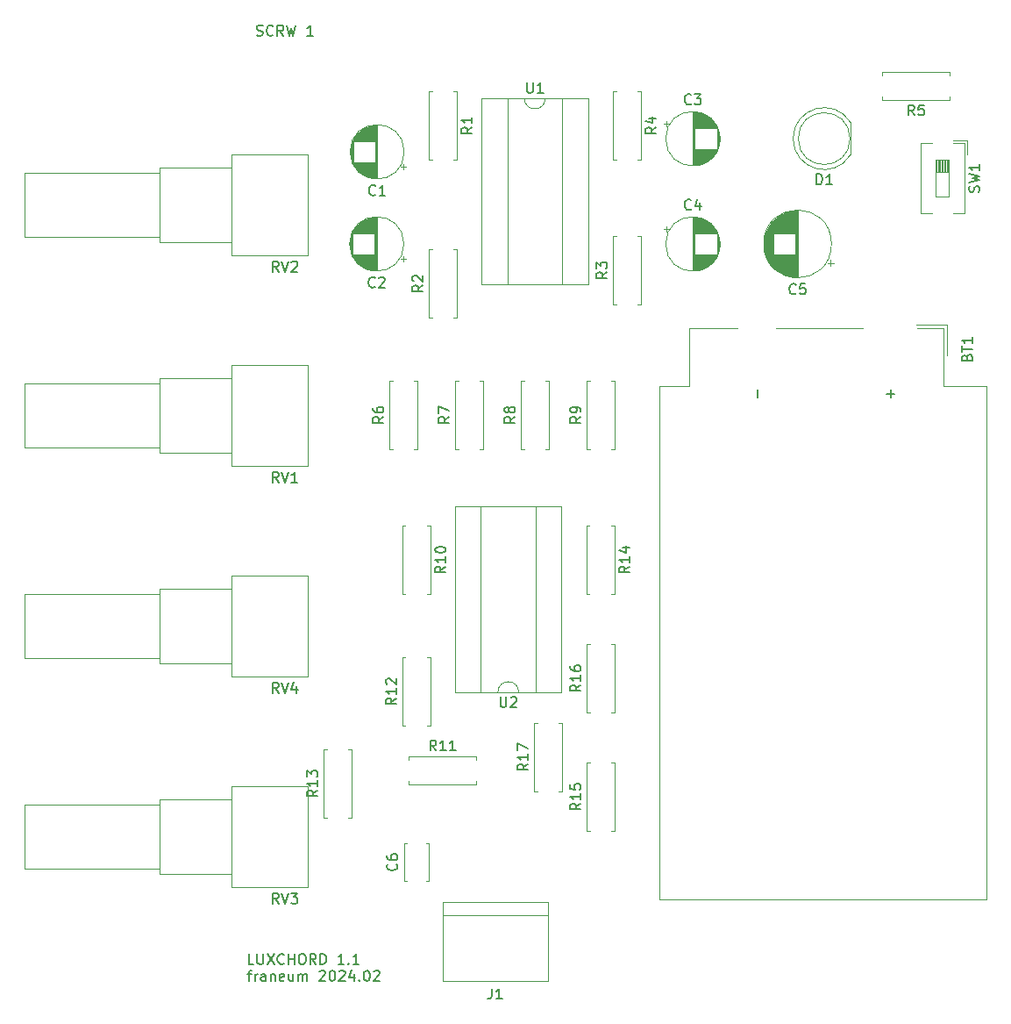
<source format=gbr>
%TF.GenerationSoftware,KiCad,Pcbnew,7.0.10*%
%TF.CreationDate,2024-02-01T18:49:45+01:00*%
%TF.ProjectId,lux106_1_1,6c757831-3036-45f3-915f-312e6b696361,rev?*%
%TF.SameCoordinates,Original*%
%TF.FileFunction,Legend,Top*%
%TF.FilePolarity,Positive*%
%FSLAX46Y46*%
G04 Gerber Fmt 4.6, Leading zero omitted, Abs format (unit mm)*
G04 Created by KiCad (PCBNEW 7.0.10) date 2024-02-01 18:49:45*
%MOMM*%
%LPD*%
G01*
G04 APERTURE LIST*
%ADD10C,0.150000*%
%ADD11C,0.120000*%
G04 APERTURE END LIST*
D10*
X78282969Y-140619819D02*
X77806779Y-140619819D01*
X77806779Y-140619819D02*
X77806779Y-139619819D01*
X78616303Y-139619819D02*
X78616303Y-140429342D01*
X78616303Y-140429342D02*
X78663922Y-140524580D01*
X78663922Y-140524580D02*
X78711541Y-140572200D01*
X78711541Y-140572200D02*
X78806779Y-140619819D01*
X78806779Y-140619819D02*
X78997255Y-140619819D01*
X78997255Y-140619819D02*
X79092493Y-140572200D01*
X79092493Y-140572200D02*
X79140112Y-140524580D01*
X79140112Y-140524580D02*
X79187731Y-140429342D01*
X79187731Y-140429342D02*
X79187731Y-139619819D01*
X79568684Y-139619819D02*
X80235350Y-140619819D01*
X80235350Y-139619819D02*
X79568684Y-140619819D01*
X81187731Y-140524580D02*
X81140112Y-140572200D01*
X81140112Y-140572200D02*
X80997255Y-140619819D01*
X80997255Y-140619819D02*
X80902017Y-140619819D01*
X80902017Y-140619819D02*
X80759160Y-140572200D01*
X80759160Y-140572200D02*
X80663922Y-140476961D01*
X80663922Y-140476961D02*
X80616303Y-140381723D01*
X80616303Y-140381723D02*
X80568684Y-140191247D01*
X80568684Y-140191247D02*
X80568684Y-140048390D01*
X80568684Y-140048390D02*
X80616303Y-139857914D01*
X80616303Y-139857914D02*
X80663922Y-139762676D01*
X80663922Y-139762676D02*
X80759160Y-139667438D01*
X80759160Y-139667438D02*
X80902017Y-139619819D01*
X80902017Y-139619819D02*
X80997255Y-139619819D01*
X80997255Y-139619819D02*
X81140112Y-139667438D01*
X81140112Y-139667438D02*
X81187731Y-139715057D01*
X81616303Y-140619819D02*
X81616303Y-139619819D01*
X81616303Y-140096009D02*
X82187731Y-140096009D01*
X82187731Y-140619819D02*
X82187731Y-139619819D01*
X82854398Y-139619819D02*
X83044874Y-139619819D01*
X83044874Y-139619819D02*
X83140112Y-139667438D01*
X83140112Y-139667438D02*
X83235350Y-139762676D01*
X83235350Y-139762676D02*
X83282969Y-139953152D01*
X83282969Y-139953152D02*
X83282969Y-140286485D01*
X83282969Y-140286485D02*
X83235350Y-140476961D01*
X83235350Y-140476961D02*
X83140112Y-140572200D01*
X83140112Y-140572200D02*
X83044874Y-140619819D01*
X83044874Y-140619819D02*
X82854398Y-140619819D01*
X82854398Y-140619819D02*
X82759160Y-140572200D01*
X82759160Y-140572200D02*
X82663922Y-140476961D01*
X82663922Y-140476961D02*
X82616303Y-140286485D01*
X82616303Y-140286485D02*
X82616303Y-139953152D01*
X82616303Y-139953152D02*
X82663922Y-139762676D01*
X82663922Y-139762676D02*
X82759160Y-139667438D01*
X82759160Y-139667438D02*
X82854398Y-139619819D01*
X84282969Y-140619819D02*
X83949636Y-140143628D01*
X83711541Y-140619819D02*
X83711541Y-139619819D01*
X83711541Y-139619819D02*
X84092493Y-139619819D01*
X84092493Y-139619819D02*
X84187731Y-139667438D01*
X84187731Y-139667438D02*
X84235350Y-139715057D01*
X84235350Y-139715057D02*
X84282969Y-139810295D01*
X84282969Y-139810295D02*
X84282969Y-139953152D01*
X84282969Y-139953152D02*
X84235350Y-140048390D01*
X84235350Y-140048390D02*
X84187731Y-140096009D01*
X84187731Y-140096009D02*
X84092493Y-140143628D01*
X84092493Y-140143628D02*
X83711541Y-140143628D01*
X84711541Y-140619819D02*
X84711541Y-139619819D01*
X84711541Y-139619819D02*
X84949636Y-139619819D01*
X84949636Y-139619819D02*
X85092493Y-139667438D01*
X85092493Y-139667438D02*
X85187731Y-139762676D01*
X85187731Y-139762676D02*
X85235350Y-139857914D01*
X85235350Y-139857914D02*
X85282969Y-140048390D01*
X85282969Y-140048390D02*
X85282969Y-140191247D01*
X85282969Y-140191247D02*
X85235350Y-140381723D01*
X85235350Y-140381723D02*
X85187731Y-140476961D01*
X85187731Y-140476961D02*
X85092493Y-140572200D01*
X85092493Y-140572200D02*
X84949636Y-140619819D01*
X84949636Y-140619819D02*
X84711541Y-140619819D01*
X86997255Y-140619819D02*
X86425827Y-140619819D01*
X86711541Y-140619819D02*
X86711541Y-139619819D01*
X86711541Y-139619819D02*
X86616303Y-139762676D01*
X86616303Y-139762676D02*
X86521065Y-139857914D01*
X86521065Y-139857914D02*
X86425827Y-139905533D01*
X87425827Y-140524580D02*
X87473446Y-140572200D01*
X87473446Y-140572200D02*
X87425827Y-140619819D01*
X87425827Y-140619819D02*
X87378208Y-140572200D01*
X87378208Y-140572200D02*
X87425827Y-140524580D01*
X87425827Y-140524580D02*
X87425827Y-140619819D01*
X88425826Y-140619819D02*
X87854398Y-140619819D01*
X88140112Y-140619819D02*
X88140112Y-139619819D01*
X88140112Y-139619819D02*
X88044874Y-139762676D01*
X88044874Y-139762676D02*
X87949636Y-139857914D01*
X87949636Y-139857914D02*
X87854398Y-139905533D01*
X77663922Y-141563152D02*
X78044874Y-141563152D01*
X77806779Y-142229819D02*
X77806779Y-141372676D01*
X77806779Y-141372676D02*
X77854398Y-141277438D01*
X77854398Y-141277438D02*
X77949636Y-141229819D01*
X77949636Y-141229819D02*
X78044874Y-141229819D01*
X78378208Y-142229819D02*
X78378208Y-141563152D01*
X78378208Y-141753628D02*
X78425827Y-141658390D01*
X78425827Y-141658390D02*
X78473446Y-141610771D01*
X78473446Y-141610771D02*
X78568684Y-141563152D01*
X78568684Y-141563152D02*
X78663922Y-141563152D01*
X79425827Y-142229819D02*
X79425827Y-141706009D01*
X79425827Y-141706009D02*
X79378208Y-141610771D01*
X79378208Y-141610771D02*
X79282970Y-141563152D01*
X79282970Y-141563152D02*
X79092494Y-141563152D01*
X79092494Y-141563152D02*
X78997256Y-141610771D01*
X79425827Y-142182200D02*
X79330589Y-142229819D01*
X79330589Y-142229819D02*
X79092494Y-142229819D01*
X79092494Y-142229819D02*
X78997256Y-142182200D01*
X78997256Y-142182200D02*
X78949637Y-142086961D01*
X78949637Y-142086961D02*
X78949637Y-141991723D01*
X78949637Y-141991723D02*
X78997256Y-141896485D01*
X78997256Y-141896485D02*
X79092494Y-141848866D01*
X79092494Y-141848866D02*
X79330589Y-141848866D01*
X79330589Y-141848866D02*
X79425827Y-141801247D01*
X79902018Y-141563152D02*
X79902018Y-142229819D01*
X79902018Y-141658390D02*
X79949637Y-141610771D01*
X79949637Y-141610771D02*
X80044875Y-141563152D01*
X80044875Y-141563152D02*
X80187732Y-141563152D01*
X80187732Y-141563152D02*
X80282970Y-141610771D01*
X80282970Y-141610771D02*
X80330589Y-141706009D01*
X80330589Y-141706009D02*
X80330589Y-142229819D01*
X81187732Y-142182200D02*
X81092494Y-142229819D01*
X81092494Y-142229819D02*
X80902018Y-142229819D01*
X80902018Y-142229819D02*
X80806780Y-142182200D01*
X80806780Y-142182200D02*
X80759161Y-142086961D01*
X80759161Y-142086961D02*
X80759161Y-141706009D01*
X80759161Y-141706009D02*
X80806780Y-141610771D01*
X80806780Y-141610771D02*
X80902018Y-141563152D01*
X80902018Y-141563152D02*
X81092494Y-141563152D01*
X81092494Y-141563152D02*
X81187732Y-141610771D01*
X81187732Y-141610771D02*
X81235351Y-141706009D01*
X81235351Y-141706009D02*
X81235351Y-141801247D01*
X81235351Y-141801247D02*
X80759161Y-141896485D01*
X82092494Y-141563152D02*
X82092494Y-142229819D01*
X81663923Y-141563152D02*
X81663923Y-142086961D01*
X81663923Y-142086961D02*
X81711542Y-142182200D01*
X81711542Y-142182200D02*
X81806780Y-142229819D01*
X81806780Y-142229819D02*
X81949637Y-142229819D01*
X81949637Y-142229819D02*
X82044875Y-142182200D01*
X82044875Y-142182200D02*
X82092494Y-142134580D01*
X82568685Y-142229819D02*
X82568685Y-141563152D01*
X82568685Y-141658390D02*
X82616304Y-141610771D01*
X82616304Y-141610771D02*
X82711542Y-141563152D01*
X82711542Y-141563152D02*
X82854399Y-141563152D01*
X82854399Y-141563152D02*
X82949637Y-141610771D01*
X82949637Y-141610771D02*
X82997256Y-141706009D01*
X82997256Y-141706009D02*
X82997256Y-142229819D01*
X82997256Y-141706009D02*
X83044875Y-141610771D01*
X83044875Y-141610771D02*
X83140113Y-141563152D01*
X83140113Y-141563152D02*
X83282970Y-141563152D01*
X83282970Y-141563152D02*
X83378209Y-141610771D01*
X83378209Y-141610771D02*
X83425828Y-141706009D01*
X83425828Y-141706009D02*
X83425828Y-142229819D01*
X84616304Y-141325057D02*
X84663923Y-141277438D01*
X84663923Y-141277438D02*
X84759161Y-141229819D01*
X84759161Y-141229819D02*
X84997256Y-141229819D01*
X84997256Y-141229819D02*
X85092494Y-141277438D01*
X85092494Y-141277438D02*
X85140113Y-141325057D01*
X85140113Y-141325057D02*
X85187732Y-141420295D01*
X85187732Y-141420295D02*
X85187732Y-141515533D01*
X85187732Y-141515533D02*
X85140113Y-141658390D01*
X85140113Y-141658390D02*
X84568685Y-142229819D01*
X84568685Y-142229819D02*
X85187732Y-142229819D01*
X85806780Y-141229819D02*
X85902018Y-141229819D01*
X85902018Y-141229819D02*
X85997256Y-141277438D01*
X85997256Y-141277438D02*
X86044875Y-141325057D01*
X86044875Y-141325057D02*
X86092494Y-141420295D01*
X86092494Y-141420295D02*
X86140113Y-141610771D01*
X86140113Y-141610771D02*
X86140113Y-141848866D01*
X86140113Y-141848866D02*
X86092494Y-142039342D01*
X86092494Y-142039342D02*
X86044875Y-142134580D01*
X86044875Y-142134580D02*
X85997256Y-142182200D01*
X85997256Y-142182200D02*
X85902018Y-142229819D01*
X85902018Y-142229819D02*
X85806780Y-142229819D01*
X85806780Y-142229819D02*
X85711542Y-142182200D01*
X85711542Y-142182200D02*
X85663923Y-142134580D01*
X85663923Y-142134580D02*
X85616304Y-142039342D01*
X85616304Y-142039342D02*
X85568685Y-141848866D01*
X85568685Y-141848866D02*
X85568685Y-141610771D01*
X85568685Y-141610771D02*
X85616304Y-141420295D01*
X85616304Y-141420295D02*
X85663923Y-141325057D01*
X85663923Y-141325057D02*
X85711542Y-141277438D01*
X85711542Y-141277438D02*
X85806780Y-141229819D01*
X86521066Y-141325057D02*
X86568685Y-141277438D01*
X86568685Y-141277438D02*
X86663923Y-141229819D01*
X86663923Y-141229819D02*
X86902018Y-141229819D01*
X86902018Y-141229819D02*
X86997256Y-141277438D01*
X86997256Y-141277438D02*
X87044875Y-141325057D01*
X87044875Y-141325057D02*
X87092494Y-141420295D01*
X87092494Y-141420295D02*
X87092494Y-141515533D01*
X87092494Y-141515533D02*
X87044875Y-141658390D01*
X87044875Y-141658390D02*
X86473447Y-142229819D01*
X86473447Y-142229819D02*
X87092494Y-142229819D01*
X87949637Y-141563152D02*
X87949637Y-142229819D01*
X87711542Y-141182200D02*
X87473447Y-141896485D01*
X87473447Y-141896485D02*
X88092494Y-141896485D01*
X88473447Y-142134580D02*
X88521066Y-142182200D01*
X88521066Y-142182200D02*
X88473447Y-142229819D01*
X88473447Y-142229819D02*
X88425828Y-142182200D01*
X88425828Y-142182200D02*
X88473447Y-142134580D01*
X88473447Y-142134580D02*
X88473447Y-142229819D01*
X89140113Y-141229819D02*
X89235351Y-141229819D01*
X89235351Y-141229819D02*
X89330589Y-141277438D01*
X89330589Y-141277438D02*
X89378208Y-141325057D01*
X89378208Y-141325057D02*
X89425827Y-141420295D01*
X89425827Y-141420295D02*
X89473446Y-141610771D01*
X89473446Y-141610771D02*
X89473446Y-141848866D01*
X89473446Y-141848866D02*
X89425827Y-142039342D01*
X89425827Y-142039342D02*
X89378208Y-142134580D01*
X89378208Y-142134580D02*
X89330589Y-142182200D01*
X89330589Y-142182200D02*
X89235351Y-142229819D01*
X89235351Y-142229819D02*
X89140113Y-142229819D01*
X89140113Y-142229819D02*
X89044875Y-142182200D01*
X89044875Y-142182200D02*
X88997256Y-142134580D01*
X88997256Y-142134580D02*
X88949637Y-142039342D01*
X88949637Y-142039342D02*
X88902018Y-141848866D01*
X88902018Y-141848866D02*
X88902018Y-141610771D01*
X88902018Y-141610771D02*
X88949637Y-141420295D01*
X88949637Y-141420295D02*
X88997256Y-141325057D01*
X88997256Y-141325057D02*
X89044875Y-141277438D01*
X89044875Y-141277438D02*
X89140113Y-141229819D01*
X89854399Y-141325057D02*
X89902018Y-141277438D01*
X89902018Y-141277438D02*
X89997256Y-141229819D01*
X89997256Y-141229819D02*
X90235351Y-141229819D01*
X90235351Y-141229819D02*
X90330589Y-141277438D01*
X90330589Y-141277438D02*
X90378208Y-141325057D01*
X90378208Y-141325057D02*
X90425827Y-141420295D01*
X90425827Y-141420295D02*
X90425827Y-141515533D01*
X90425827Y-141515533D02*
X90378208Y-141658390D01*
X90378208Y-141658390D02*
X89806780Y-142229819D01*
X89806780Y-142229819D02*
X90425827Y-142229819D01*
X80684761Y-114444819D02*
X80351428Y-113968628D01*
X80113333Y-114444819D02*
X80113333Y-113444819D01*
X80113333Y-113444819D02*
X80494285Y-113444819D01*
X80494285Y-113444819D02*
X80589523Y-113492438D01*
X80589523Y-113492438D02*
X80637142Y-113540057D01*
X80637142Y-113540057D02*
X80684761Y-113635295D01*
X80684761Y-113635295D02*
X80684761Y-113778152D01*
X80684761Y-113778152D02*
X80637142Y-113873390D01*
X80637142Y-113873390D02*
X80589523Y-113921009D01*
X80589523Y-113921009D02*
X80494285Y-113968628D01*
X80494285Y-113968628D02*
X80113333Y-113968628D01*
X80970476Y-113444819D02*
X81303809Y-114444819D01*
X81303809Y-114444819D02*
X81637142Y-113444819D01*
X82399047Y-113778152D02*
X82399047Y-114444819D01*
X82160952Y-113397200D02*
X81922857Y-114111485D01*
X81922857Y-114111485D02*
X82541904Y-114111485D01*
X80684761Y-94124819D02*
X80351428Y-93648628D01*
X80113333Y-94124819D02*
X80113333Y-93124819D01*
X80113333Y-93124819D02*
X80494285Y-93124819D01*
X80494285Y-93124819D02*
X80589523Y-93172438D01*
X80589523Y-93172438D02*
X80637142Y-93220057D01*
X80637142Y-93220057D02*
X80684761Y-93315295D01*
X80684761Y-93315295D02*
X80684761Y-93458152D01*
X80684761Y-93458152D02*
X80637142Y-93553390D01*
X80637142Y-93553390D02*
X80589523Y-93601009D01*
X80589523Y-93601009D02*
X80494285Y-93648628D01*
X80494285Y-93648628D02*
X80113333Y-93648628D01*
X80970476Y-93124819D02*
X81303809Y-94124819D01*
X81303809Y-94124819D02*
X81637142Y-93124819D01*
X82494285Y-94124819D02*
X81922857Y-94124819D01*
X82208571Y-94124819D02*
X82208571Y-93124819D01*
X82208571Y-93124819D02*
X82113333Y-93267676D01*
X82113333Y-93267676D02*
X82018095Y-93362914D01*
X82018095Y-93362914D02*
X81922857Y-93410533D01*
X90794819Y-87796666D02*
X90318628Y-88129999D01*
X90794819Y-88368094D02*
X89794819Y-88368094D01*
X89794819Y-88368094D02*
X89794819Y-87987142D01*
X89794819Y-87987142D02*
X89842438Y-87891904D01*
X89842438Y-87891904D02*
X89890057Y-87844285D01*
X89890057Y-87844285D02*
X89985295Y-87796666D01*
X89985295Y-87796666D02*
X90128152Y-87796666D01*
X90128152Y-87796666D02*
X90223390Y-87844285D01*
X90223390Y-87844285D02*
X90271009Y-87891904D01*
X90271009Y-87891904D02*
X90318628Y-87987142D01*
X90318628Y-87987142D02*
X90318628Y-88368094D01*
X89794819Y-86939523D02*
X89794819Y-87129999D01*
X89794819Y-87129999D02*
X89842438Y-87225237D01*
X89842438Y-87225237D02*
X89890057Y-87272856D01*
X89890057Y-87272856D02*
X90032914Y-87368094D01*
X90032914Y-87368094D02*
X90223390Y-87415713D01*
X90223390Y-87415713D02*
X90604342Y-87415713D01*
X90604342Y-87415713D02*
X90699580Y-87368094D01*
X90699580Y-87368094D02*
X90747200Y-87320475D01*
X90747200Y-87320475D02*
X90794819Y-87225237D01*
X90794819Y-87225237D02*
X90794819Y-87034761D01*
X90794819Y-87034761D02*
X90747200Y-86939523D01*
X90747200Y-86939523D02*
X90699580Y-86891904D01*
X90699580Y-86891904D02*
X90604342Y-86844285D01*
X90604342Y-86844285D02*
X90366247Y-86844285D01*
X90366247Y-86844285D02*
X90271009Y-86891904D01*
X90271009Y-86891904D02*
X90223390Y-86939523D01*
X90223390Y-86939523D02*
X90175771Y-87034761D01*
X90175771Y-87034761D02*
X90175771Y-87225237D01*
X90175771Y-87225237D02*
X90223390Y-87320475D01*
X90223390Y-87320475D02*
X90271009Y-87368094D01*
X90271009Y-87368094D02*
X90366247Y-87415713D01*
X101266666Y-142964819D02*
X101266666Y-143679104D01*
X101266666Y-143679104D02*
X101219047Y-143821961D01*
X101219047Y-143821961D02*
X101123809Y-143917200D01*
X101123809Y-143917200D02*
X100980952Y-143964819D01*
X100980952Y-143964819D02*
X100885714Y-143964819D01*
X102266666Y-143964819D02*
X101695238Y-143964819D01*
X101980952Y-143964819D02*
X101980952Y-142964819D01*
X101980952Y-142964819D02*
X101885714Y-143107676D01*
X101885714Y-143107676D02*
X101790476Y-143202914D01*
X101790476Y-143202914D02*
X101695238Y-143250533D01*
X97144819Y-87796666D02*
X96668628Y-88129999D01*
X97144819Y-88368094D02*
X96144819Y-88368094D01*
X96144819Y-88368094D02*
X96144819Y-87987142D01*
X96144819Y-87987142D02*
X96192438Y-87891904D01*
X96192438Y-87891904D02*
X96240057Y-87844285D01*
X96240057Y-87844285D02*
X96335295Y-87796666D01*
X96335295Y-87796666D02*
X96478152Y-87796666D01*
X96478152Y-87796666D02*
X96573390Y-87844285D01*
X96573390Y-87844285D02*
X96621009Y-87891904D01*
X96621009Y-87891904D02*
X96668628Y-87987142D01*
X96668628Y-87987142D02*
X96668628Y-88368094D01*
X96144819Y-87463332D02*
X96144819Y-86796666D01*
X96144819Y-86796666D02*
X97144819Y-87225237D01*
X103494819Y-87796666D02*
X103018628Y-88129999D01*
X103494819Y-88368094D02*
X102494819Y-88368094D01*
X102494819Y-88368094D02*
X102494819Y-87987142D01*
X102494819Y-87987142D02*
X102542438Y-87891904D01*
X102542438Y-87891904D02*
X102590057Y-87844285D01*
X102590057Y-87844285D02*
X102685295Y-87796666D01*
X102685295Y-87796666D02*
X102828152Y-87796666D01*
X102828152Y-87796666D02*
X102923390Y-87844285D01*
X102923390Y-87844285D02*
X102971009Y-87891904D01*
X102971009Y-87891904D02*
X103018628Y-87987142D01*
X103018628Y-87987142D02*
X103018628Y-88368094D01*
X102923390Y-87225237D02*
X102875771Y-87320475D01*
X102875771Y-87320475D02*
X102828152Y-87368094D01*
X102828152Y-87368094D02*
X102732914Y-87415713D01*
X102732914Y-87415713D02*
X102685295Y-87415713D01*
X102685295Y-87415713D02*
X102590057Y-87368094D01*
X102590057Y-87368094D02*
X102542438Y-87320475D01*
X102542438Y-87320475D02*
X102494819Y-87225237D01*
X102494819Y-87225237D02*
X102494819Y-87034761D01*
X102494819Y-87034761D02*
X102542438Y-86939523D01*
X102542438Y-86939523D02*
X102590057Y-86891904D01*
X102590057Y-86891904D02*
X102685295Y-86844285D01*
X102685295Y-86844285D02*
X102732914Y-86844285D01*
X102732914Y-86844285D02*
X102828152Y-86891904D01*
X102828152Y-86891904D02*
X102875771Y-86939523D01*
X102875771Y-86939523D02*
X102923390Y-87034761D01*
X102923390Y-87034761D02*
X102923390Y-87225237D01*
X102923390Y-87225237D02*
X102971009Y-87320475D01*
X102971009Y-87320475D02*
X103018628Y-87368094D01*
X103018628Y-87368094D02*
X103113866Y-87415713D01*
X103113866Y-87415713D02*
X103304342Y-87415713D01*
X103304342Y-87415713D02*
X103399580Y-87368094D01*
X103399580Y-87368094D02*
X103447200Y-87320475D01*
X103447200Y-87320475D02*
X103494819Y-87225237D01*
X103494819Y-87225237D02*
X103494819Y-87034761D01*
X103494819Y-87034761D02*
X103447200Y-86939523D01*
X103447200Y-86939523D02*
X103399580Y-86891904D01*
X103399580Y-86891904D02*
X103304342Y-86844285D01*
X103304342Y-86844285D02*
X103113866Y-86844285D01*
X103113866Y-86844285D02*
X103018628Y-86891904D01*
X103018628Y-86891904D02*
X102971009Y-86939523D01*
X102971009Y-86939523D02*
X102923390Y-87034761D01*
X92039580Y-130956666D02*
X92087200Y-131004285D01*
X92087200Y-131004285D02*
X92134819Y-131147142D01*
X92134819Y-131147142D02*
X92134819Y-131242380D01*
X92134819Y-131242380D02*
X92087200Y-131385237D01*
X92087200Y-131385237D02*
X91991961Y-131480475D01*
X91991961Y-131480475D02*
X91896723Y-131528094D01*
X91896723Y-131528094D02*
X91706247Y-131575713D01*
X91706247Y-131575713D02*
X91563390Y-131575713D01*
X91563390Y-131575713D02*
X91372914Y-131528094D01*
X91372914Y-131528094D02*
X91277676Y-131480475D01*
X91277676Y-131480475D02*
X91182438Y-131385237D01*
X91182438Y-131385237D02*
X91134819Y-131242380D01*
X91134819Y-131242380D02*
X91134819Y-131147142D01*
X91134819Y-131147142D02*
X91182438Y-131004285D01*
X91182438Y-131004285D02*
X91230057Y-130956666D01*
X91134819Y-130099523D02*
X91134819Y-130289999D01*
X91134819Y-130289999D02*
X91182438Y-130385237D01*
X91182438Y-130385237D02*
X91230057Y-130432856D01*
X91230057Y-130432856D02*
X91372914Y-130528094D01*
X91372914Y-130528094D02*
X91563390Y-130575713D01*
X91563390Y-130575713D02*
X91944342Y-130575713D01*
X91944342Y-130575713D02*
X92039580Y-130528094D01*
X92039580Y-130528094D02*
X92087200Y-130480475D01*
X92087200Y-130480475D02*
X92134819Y-130385237D01*
X92134819Y-130385237D02*
X92134819Y-130194761D01*
X92134819Y-130194761D02*
X92087200Y-130099523D01*
X92087200Y-130099523D02*
X92039580Y-130051904D01*
X92039580Y-130051904D02*
X91944342Y-130004285D01*
X91944342Y-130004285D02*
X91706247Y-130004285D01*
X91706247Y-130004285D02*
X91611009Y-130051904D01*
X91611009Y-130051904D02*
X91563390Y-130099523D01*
X91563390Y-130099523D02*
X91515771Y-130194761D01*
X91515771Y-130194761D02*
X91515771Y-130385237D01*
X91515771Y-130385237D02*
X91563390Y-130480475D01*
X91563390Y-130480475D02*
X91611009Y-130528094D01*
X91611009Y-130528094D02*
X91706247Y-130575713D01*
X112384819Y-73831666D02*
X111908628Y-74164999D01*
X112384819Y-74403094D02*
X111384819Y-74403094D01*
X111384819Y-74403094D02*
X111384819Y-74022142D01*
X111384819Y-74022142D02*
X111432438Y-73926904D01*
X111432438Y-73926904D02*
X111480057Y-73879285D01*
X111480057Y-73879285D02*
X111575295Y-73831666D01*
X111575295Y-73831666D02*
X111718152Y-73831666D01*
X111718152Y-73831666D02*
X111813390Y-73879285D01*
X111813390Y-73879285D02*
X111861009Y-73926904D01*
X111861009Y-73926904D02*
X111908628Y-74022142D01*
X111908628Y-74022142D02*
X111908628Y-74403094D01*
X111384819Y-73498332D02*
X111384819Y-72879285D01*
X111384819Y-72879285D02*
X111765771Y-73212618D01*
X111765771Y-73212618D02*
X111765771Y-73069761D01*
X111765771Y-73069761D02*
X111813390Y-72974523D01*
X111813390Y-72974523D02*
X111861009Y-72926904D01*
X111861009Y-72926904D02*
X111956247Y-72879285D01*
X111956247Y-72879285D02*
X112194342Y-72879285D01*
X112194342Y-72879285D02*
X112289580Y-72926904D01*
X112289580Y-72926904D02*
X112337200Y-72974523D01*
X112337200Y-72974523D02*
X112384819Y-73069761D01*
X112384819Y-73069761D02*
X112384819Y-73355475D01*
X112384819Y-73355475D02*
X112337200Y-73450713D01*
X112337200Y-73450713D02*
X112289580Y-73498332D01*
X109844819Y-113672857D02*
X109368628Y-114006190D01*
X109844819Y-114244285D02*
X108844819Y-114244285D01*
X108844819Y-114244285D02*
X108844819Y-113863333D01*
X108844819Y-113863333D02*
X108892438Y-113768095D01*
X108892438Y-113768095D02*
X108940057Y-113720476D01*
X108940057Y-113720476D02*
X109035295Y-113672857D01*
X109035295Y-113672857D02*
X109178152Y-113672857D01*
X109178152Y-113672857D02*
X109273390Y-113720476D01*
X109273390Y-113720476D02*
X109321009Y-113768095D01*
X109321009Y-113768095D02*
X109368628Y-113863333D01*
X109368628Y-113863333D02*
X109368628Y-114244285D01*
X109844819Y-112720476D02*
X109844819Y-113291904D01*
X109844819Y-113006190D02*
X108844819Y-113006190D01*
X108844819Y-113006190D02*
X108987676Y-113101428D01*
X108987676Y-113101428D02*
X109082914Y-113196666D01*
X109082914Y-113196666D02*
X109130533Y-113291904D01*
X108844819Y-111863333D02*
X108844819Y-112053809D01*
X108844819Y-112053809D02*
X108892438Y-112149047D01*
X108892438Y-112149047D02*
X108940057Y-112196666D01*
X108940057Y-112196666D02*
X109082914Y-112291904D01*
X109082914Y-112291904D02*
X109273390Y-112339523D01*
X109273390Y-112339523D02*
X109654342Y-112339523D01*
X109654342Y-112339523D02*
X109749580Y-112291904D01*
X109749580Y-112291904D02*
X109797200Y-112244285D01*
X109797200Y-112244285D02*
X109844819Y-112149047D01*
X109844819Y-112149047D02*
X109844819Y-111958571D01*
X109844819Y-111958571D02*
X109797200Y-111863333D01*
X109797200Y-111863333D02*
X109749580Y-111815714D01*
X109749580Y-111815714D02*
X109654342Y-111768095D01*
X109654342Y-111768095D02*
X109416247Y-111768095D01*
X109416247Y-111768095D02*
X109321009Y-111815714D01*
X109321009Y-111815714D02*
X109273390Y-111863333D01*
X109273390Y-111863333D02*
X109225771Y-111958571D01*
X109225771Y-111958571D02*
X109225771Y-112149047D01*
X109225771Y-112149047D02*
X109273390Y-112244285D01*
X109273390Y-112244285D02*
X109321009Y-112291904D01*
X109321009Y-112291904D02*
X109416247Y-112339523D01*
X147131009Y-82065714D02*
X147178628Y-81922857D01*
X147178628Y-81922857D02*
X147226247Y-81875238D01*
X147226247Y-81875238D02*
X147321485Y-81827619D01*
X147321485Y-81827619D02*
X147464342Y-81827619D01*
X147464342Y-81827619D02*
X147559580Y-81875238D01*
X147559580Y-81875238D02*
X147607200Y-81922857D01*
X147607200Y-81922857D02*
X147654819Y-82018095D01*
X147654819Y-82018095D02*
X147654819Y-82399047D01*
X147654819Y-82399047D02*
X146654819Y-82399047D01*
X146654819Y-82399047D02*
X146654819Y-82065714D01*
X146654819Y-82065714D02*
X146702438Y-81970476D01*
X146702438Y-81970476D02*
X146750057Y-81922857D01*
X146750057Y-81922857D02*
X146845295Y-81875238D01*
X146845295Y-81875238D02*
X146940533Y-81875238D01*
X146940533Y-81875238D02*
X147035771Y-81922857D01*
X147035771Y-81922857D02*
X147083390Y-81970476D01*
X147083390Y-81970476D02*
X147131009Y-82065714D01*
X147131009Y-82065714D02*
X147131009Y-82399047D01*
X146654819Y-81541904D02*
X146654819Y-80970476D01*
X147654819Y-81256190D02*
X146654819Y-81256190D01*
X147654819Y-80113333D02*
X147654819Y-80684761D01*
X147654819Y-80399047D02*
X146654819Y-80399047D01*
X146654819Y-80399047D02*
X146797676Y-80494285D01*
X146797676Y-80494285D02*
X146892914Y-80589523D01*
X146892914Y-80589523D02*
X146940533Y-80684761D01*
X126893866Y-85978683D02*
X126893866Y-85216779D01*
X139773866Y-85978683D02*
X139773866Y-85216779D01*
X140154819Y-85597731D02*
X139392914Y-85597731D01*
X92054819Y-114947857D02*
X91578628Y-115281190D01*
X92054819Y-115519285D02*
X91054819Y-115519285D01*
X91054819Y-115519285D02*
X91054819Y-115138333D01*
X91054819Y-115138333D02*
X91102438Y-115043095D01*
X91102438Y-115043095D02*
X91150057Y-114995476D01*
X91150057Y-114995476D02*
X91245295Y-114947857D01*
X91245295Y-114947857D02*
X91388152Y-114947857D01*
X91388152Y-114947857D02*
X91483390Y-114995476D01*
X91483390Y-114995476D02*
X91531009Y-115043095D01*
X91531009Y-115043095D02*
X91578628Y-115138333D01*
X91578628Y-115138333D02*
X91578628Y-115519285D01*
X92054819Y-113995476D02*
X92054819Y-114566904D01*
X92054819Y-114281190D02*
X91054819Y-114281190D01*
X91054819Y-114281190D02*
X91197676Y-114376428D01*
X91197676Y-114376428D02*
X91292914Y-114471666D01*
X91292914Y-114471666D02*
X91340533Y-114566904D01*
X91150057Y-113614523D02*
X91102438Y-113566904D01*
X91102438Y-113566904D02*
X91054819Y-113471666D01*
X91054819Y-113471666D02*
X91054819Y-113233571D01*
X91054819Y-113233571D02*
X91102438Y-113138333D01*
X91102438Y-113138333D02*
X91150057Y-113090714D01*
X91150057Y-113090714D02*
X91245295Y-113043095D01*
X91245295Y-113043095D02*
X91340533Y-113043095D01*
X91340533Y-113043095D02*
X91483390Y-113090714D01*
X91483390Y-113090714D02*
X92054819Y-113662142D01*
X92054819Y-113662142D02*
X92054819Y-113043095D01*
X102098095Y-114819819D02*
X102098095Y-115629342D01*
X102098095Y-115629342D02*
X102145714Y-115724580D01*
X102145714Y-115724580D02*
X102193333Y-115772200D01*
X102193333Y-115772200D02*
X102288571Y-115819819D01*
X102288571Y-115819819D02*
X102479047Y-115819819D01*
X102479047Y-115819819D02*
X102574285Y-115772200D01*
X102574285Y-115772200D02*
X102621904Y-115724580D01*
X102621904Y-115724580D02*
X102669523Y-115629342D01*
X102669523Y-115629342D02*
X102669523Y-114819819D01*
X103098095Y-114915057D02*
X103145714Y-114867438D01*
X103145714Y-114867438D02*
X103240952Y-114819819D01*
X103240952Y-114819819D02*
X103479047Y-114819819D01*
X103479047Y-114819819D02*
X103574285Y-114867438D01*
X103574285Y-114867438D02*
X103621904Y-114915057D01*
X103621904Y-114915057D02*
X103669523Y-115010295D01*
X103669523Y-115010295D02*
X103669523Y-115105533D01*
X103669523Y-115105533D02*
X103621904Y-115248390D01*
X103621904Y-115248390D02*
X103050476Y-115819819D01*
X103050476Y-115819819D02*
X103669523Y-115819819D01*
X96794819Y-102247857D02*
X96318628Y-102581190D01*
X96794819Y-102819285D02*
X95794819Y-102819285D01*
X95794819Y-102819285D02*
X95794819Y-102438333D01*
X95794819Y-102438333D02*
X95842438Y-102343095D01*
X95842438Y-102343095D02*
X95890057Y-102295476D01*
X95890057Y-102295476D02*
X95985295Y-102247857D01*
X95985295Y-102247857D02*
X96128152Y-102247857D01*
X96128152Y-102247857D02*
X96223390Y-102295476D01*
X96223390Y-102295476D02*
X96271009Y-102343095D01*
X96271009Y-102343095D02*
X96318628Y-102438333D01*
X96318628Y-102438333D02*
X96318628Y-102819285D01*
X96794819Y-101295476D02*
X96794819Y-101866904D01*
X96794819Y-101581190D02*
X95794819Y-101581190D01*
X95794819Y-101581190D02*
X95937676Y-101676428D01*
X95937676Y-101676428D02*
X96032914Y-101771666D01*
X96032914Y-101771666D02*
X96080533Y-101866904D01*
X95794819Y-100676428D02*
X95794819Y-100581190D01*
X95794819Y-100581190D02*
X95842438Y-100485952D01*
X95842438Y-100485952D02*
X95890057Y-100438333D01*
X95890057Y-100438333D02*
X95985295Y-100390714D01*
X95985295Y-100390714D02*
X96175771Y-100343095D01*
X96175771Y-100343095D02*
X96413866Y-100343095D01*
X96413866Y-100343095D02*
X96604342Y-100390714D01*
X96604342Y-100390714D02*
X96699580Y-100438333D01*
X96699580Y-100438333D02*
X96747200Y-100485952D01*
X96747200Y-100485952D02*
X96794819Y-100581190D01*
X96794819Y-100581190D02*
X96794819Y-100676428D01*
X96794819Y-100676428D02*
X96747200Y-100771666D01*
X96747200Y-100771666D02*
X96699580Y-100819285D01*
X96699580Y-100819285D02*
X96604342Y-100866904D01*
X96604342Y-100866904D02*
X96413866Y-100914523D01*
X96413866Y-100914523D02*
X96175771Y-100914523D01*
X96175771Y-100914523D02*
X95985295Y-100866904D01*
X95985295Y-100866904D02*
X95890057Y-100819285D01*
X95890057Y-100819285D02*
X95842438Y-100771666D01*
X95842438Y-100771666D02*
X95794819Y-100676428D01*
X142073333Y-58704819D02*
X141740000Y-58228628D01*
X141501905Y-58704819D02*
X141501905Y-57704819D01*
X141501905Y-57704819D02*
X141882857Y-57704819D01*
X141882857Y-57704819D02*
X141978095Y-57752438D01*
X141978095Y-57752438D02*
X142025714Y-57800057D01*
X142025714Y-57800057D02*
X142073333Y-57895295D01*
X142073333Y-57895295D02*
X142073333Y-58038152D01*
X142073333Y-58038152D02*
X142025714Y-58133390D01*
X142025714Y-58133390D02*
X141978095Y-58181009D01*
X141978095Y-58181009D02*
X141882857Y-58228628D01*
X141882857Y-58228628D02*
X141501905Y-58228628D01*
X142978095Y-57704819D02*
X142501905Y-57704819D01*
X142501905Y-57704819D02*
X142454286Y-58181009D01*
X142454286Y-58181009D02*
X142501905Y-58133390D01*
X142501905Y-58133390D02*
X142597143Y-58085771D01*
X142597143Y-58085771D02*
X142835238Y-58085771D01*
X142835238Y-58085771D02*
X142930476Y-58133390D01*
X142930476Y-58133390D02*
X142978095Y-58181009D01*
X142978095Y-58181009D02*
X143025714Y-58276247D01*
X143025714Y-58276247D02*
X143025714Y-58514342D01*
X143025714Y-58514342D02*
X142978095Y-58609580D01*
X142978095Y-58609580D02*
X142930476Y-58657200D01*
X142930476Y-58657200D02*
X142835238Y-58704819D01*
X142835238Y-58704819D02*
X142597143Y-58704819D01*
X142597143Y-58704819D02*
X142501905Y-58657200D01*
X142501905Y-58657200D02*
X142454286Y-58609580D01*
X80684761Y-134764819D02*
X80351428Y-134288628D01*
X80113333Y-134764819D02*
X80113333Y-133764819D01*
X80113333Y-133764819D02*
X80494285Y-133764819D01*
X80494285Y-133764819D02*
X80589523Y-133812438D01*
X80589523Y-133812438D02*
X80637142Y-133860057D01*
X80637142Y-133860057D02*
X80684761Y-133955295D01*
X80684761Y-133955295D02*
X80684761Y-134098152D01*
X80684761Y-134098152D02*
X80637142Y-134193390D01*
X80637142Y-134193390D02*
X80589523Y-134241009D01*
X80589523Y-134241009D02*
X80494285Y-134288628D01*
X80494285Y-134288628D02*
X80113333Y-134288628D01*
X80970476Y-133764819D02*
X81303809Y-134764819D01*
X81303809Y-134764819D02*
X81637142Y-133764819D01*
X81875238Y-133764819D02*
X82494285Y-133764819D01*
X82494285Y-133764819D02*
X82160952Y-134145771D01*
X82160952Y-134145771D02*
X82303809Y-134145771D01*
X82303809Y-134145771D02*
X82399047Y-134193390D01*
X82399047Y-134193390D02*
X82446666Y-134241009D01*
X82446666Y-134241009D02*
X82494285Y-134336247D01*
X82494285Y-134336247D02*
X82494285Y-134574342D01*
X82494285Y-134574342D02*
X82446666Y-134669580D01*
X82446666Y-134669580D02*
X82399047Y-134717200D01*
X82399047Y-134717200D02*
X82303809Y-134764819D01*
X82303809Y-134764819D02*
X82018095Y-134764819D01*
X82018095Y-134764819D02*
X81922857Y-134717200D01*
X81922857Y-134717200D02*
X81875238Y-134669580D01*
X114574819Y-102242857D02*
X114098628Y-102576190D01*
X114574819Y-102814285D02*
X113574819Y-102814285D01*
X113574819Y-102814285D02*
X113574819Y-102433333D01*
X113574819Y-102433333D02*
X113622438Y-102338095D01*
X113622438Y-102338095D02*
X113670057Y-102290476D01*
X113670057Y-102290476D02*
X113765295Y-102242857D01*
X113765295Y-102242857D02*
X113908152Y-102242857D01*
X113908152Y-102242857D02*
X114003390Y-102290476D01*
X114003390Y-102290476D02*
X114051009Y-102338095D01*
X114051009Y-102338095D02*
X114098628Y-102433333D01*
X114098628Y-102433333D02*
X114098628Y-102814285D01*
X114574819Y-101290476D02*
X114574819Y-101861904D01*
X114574819Y-101576190D02*
X113574819Y-101576190D01*
X113574819Y-101576190D02*
X113717676Y-101671428D01*
X113717676Y-101671428D02*
X113812914Y-101766666D01*
X113812914Y-101766666D02*
X113860533Y-101861904D01*
X113908152Y-100433333D02*
X114574819Y-100433333D01*
X113527200Y-100671428D02*
X114241485Y-100909523D01*
X114241485Y-100909523D02*
X114241485Y-100290476D01*
X120503333Y-67734580D02*
X120455714Y-67782200D01*
X120455714Y-67782200D02*
X120312857Y-67829819D01*
X120312857Y-67829819D02*
X120217619Y-67829819D01*
X120217619Y-67829819D02*
X120074762Y-67782200D01*
X120074762Y-67782200D02*
X119979524Y-67686961D01*
X119979524Y-67686961D02*
X119931905Y-67591723D01*
X119931905Y-67591723D02*
X119884286Y-67401247D01*
X119884286Y-67401247D02*
X119884286Y-67258390D01*
X119884286Y-67258390D02*
X119931905Y-67067914D01*
X119931905Y-67067914D02*
X119979524Y-66972676D01*
X119979524Y-66972676D02*
X120074762Y-66877438D01*
X120074762Y-66877438D02*
X120217619Y-66829819D01*
X120217619Y-66829819D02*
X120312857Y-66829819D01*
X120312857Y-66829819D02*
X120455714Y-66877438D01*
X120455714Y-66877438D02*
X120503333Y-66925057D01*
X121360476Y-67163152D02*
X121360476Y-67829819D01*
X121122381Y-66782200D02*
X120884286Y-67496485D01*
X120884286Y-67496485D02*
X121503333Y-67496485D01*
X89983333Y-75234580D02*
X89935714Y-75282200D01*
X89935714Y-75282200D02*
X89792857Y-75329819D01*
X89792857Y-75329819D02*
X89697619Y-75329819D01*
X89697619Y-75329819D02*
X89554762Y-75282200D01*
X89554762Y-75282200D02*
X89459524Y-75186961D01*
X89459524Y-75186961D02*
X89411905Y-75091723D01*
X89411905Y-75091723D02*
X89364286Y-74901247D01*
X89364286Y-74901247D02*
X89364286Y-74758390D01*
X89364286Y-74758390D02*
X89411905Y-74567914D01*
X89411905Y-74567914D02*
X89459524Y-74472676D01*
X89459524Y-74472676D02*
X89554762Y-74377438D01*
X89554762Y-74377438D02*
X89697619Y-74329819D01*
X89697619Y-74329819D02*
X89792857Y-74329819D01*
X89792857Y-74329819D02*
X89935714Y-74377438D01*
X89935714Y-74377438D02*
X89983333Y-74425057D01*
X90364286Y-74425057D02*
X90411905Y-74377438D01*
X90411905Y-74377438D02*
X90507143Y-74329819D01*
X90507143Y-74329819D02*
X90745238Y-74329819D01*
X90745238Y-74329819D02*
X90840476Y-74377438D01*
X90840476Y-74377438D02*
X90888095Y-74425057D01*
X90888095Y-74425057D02*
X90935714Y-74520295D01*
X90935714Y-74520295D02*
X90935714Y-74615533D01*
X90935714Y-74615533D02*
X90888095Y-74758390D01*
X90888095Y-74758390D02*
X90316667Y-75329819D01*
X90316667Y-75329819D02*
X90935714Y-75329819D01*
X94604819Y-75101666D02*
X94128628Y-75434999D01*
X94604819Y-75673094D02*
X93604819Y-75673094D01*
X93604819Y-75673094D02*
X93604819Y-75292142D01*
X93604819Y-75292142D02*
X93652438Y-75196904D01*
X93652438Y-75196904D02*
X93700057Y-75149285D01*
X93700057Y-75149285D02*
X93795295Y-75101666D01*
X93795295Y-75101666D02*
X93938152Y-75101666D01*
X93938152Y-75101666D02*
X94033390Y-75149285D01*
X94033390Y-75149285D02*
X94081009Y-75196904D01*
X94081009Y-75196904D02*
X94128628Y-75292142D01*
X94128628Y-75292142D02*
X94128628Y-75673094D01*
X93700057Y-74720713D02*
X93652438Y-74673094D01*
X93652438Y-74673094D02*
X93604819Y-74577856D01*
X93604819Y-74577856D02*
X93604819Y-74339761D01*
X93604819Y-74339761D02*
X93652438Y-74244523D01*
X93652438Y-74244523D02*
X93700057Y-74196904D01*
X93700057Y-74196904D02*
X93795295Y-74149285D01*
X93795295Y-74149285D02*
X93890533Y-74149285D01*
X93890533Y-74149285D02*
X94033390Y-74196904D01*
X94033390Y-74196904D02*
X94604819Y-74768332D01*
X94604819Y-74768332D02*
X94604819Y-74149285D01*
X109844819Y-87796666D02*
X109368628Y-88129999D01*
X109844819Y-88368094D02*
X108844819Y-88368094D01*
X108844819Y-88368094D02*
X108844819Y-87987142D01*
X108844819Y-87987142D02*
X108892438Y-87891904D01*
X108892438Y-87891904D02*
X108940057Y-87844285D01*
X108940057Y-87844285D02*
X109035295Y-87796666D01*
X109035295Y-87796666D02*
X109178152Y-87796666D01*
X109178152Y-87796666D02*
X109273390Y-87844285D01*
X109273390Y-87844285D02*
X109321009Y-87891904D01*
X109321009Y-87891904D02*
X109368628Y-87987142D01*
X109368628Y-87987142D02*
X109368628Y-88368094D01*
X109844819Y-87320475D02*
X109844819Y-87129999D01*
X109844819Y-87129999D02*
X109797200Y-87034761D01*
X109797200Y-87034761D02*
X109749580Y-86987142D01*
X109749580Y-86987142D02*
X109606723Y-86891904D01*
X109606723Y-86891904D02*
X109416247Y-86844285D01*
X109416247Y-86844285D02*
X109035295Y-86844285D01*
X109035295Y-86844285D02*
X108940057Y-86891904D01*
X108940057Y-86891904D02*
X108892438Y-86939523D01*
X108892438Y-86939523D02*
X108844819Y-87034761D01*
X108844819Y-87034761D02*
X108844819Y-87225237D01*
X108844819Y-87225237D02*
X108892438Y-87320475D01*
X108892438Y-87320475D02*
X108940057Y-87368094D01*
X108940057Y-87368094D02*
X109035295Y-87415713D01*
X109035295Y-87415713D02*
X109273390Y-87415713D01*
X109273390Y-87415713D02*
X109368628Y-87368094D01*
X109368628Y-87368094D02*
X109416247Y-87320475D01*
X109416247Y-87320475D02*
X109463866Y-87225237D01*
X109463866Y-87225237D02*
X109463866Y-87034761D01*
X109463866Y-87034761D02*
X109416247Y-86939523D01*
X109416247Y-86939523D02*
X109368628Y-86891904D01*
X109368628Y-86891904D02*
X109273390Y-86844285D01*
X78565714Y-50987200D02*
X78708571Y-51034819D01*
X78708571Y-51034819D02*
X78946666Y-51034819D01*
X78946666Y-51034819D02*
X79041904Y-50987200D01*
X79041904Y-50987200D02*
X79089523Y-50939580D01*
X79089523Y-50939580D02*
X79137142Y-50844342D01*
X79137142Y-50844342D02*
X79137142Y-50749104D01*
X79137142Y-50749104D02*
X79089523Y-50653866D01*
X79089523Y-50653866D02*
X79041904Y-50606247D01*
X79041904Y-50606247D02*
X78946666Y-50558628D01*
X78946666Y-50558628D02*
X78756190Y-50511009D01*
X78756190Y-50511009D02*
X78660952Y-50463390D01*
X78660952Y-50463390D02*
X78613333Y-50415771D01*
X78613333Y-50415771D02*
X78565714Y-50320533D01*
X78565714Y-50320533D02*
X78565714Y-50225295D01*
X78565714Y-50225295D02*
X78613333Y-50130057D01*
X78613333Y-50130057D02*
X78660952Y-50082438D01*
X78660952Y-50082438D02*
X78756190Y-50034819D01*
X78756190Y-50034819D02*
X78994285Y-50034819D01*
X78994285Y-50034819D02*
X79137142Y-50082438D01*
X80137142Y-50939580D02*
X80089523Y-50987200D01*
X80089523Y-50987200D02*
X79946666Y-51034819D01*
X79946666Y-51034819D02*
X79851428Y-51034819D01*
X79851428Y-51034819D02*
X79708571Y-50987200D01*
X79708571Y-50987200D02*
X79613333Y-50891961D01*
X79613333Y-50891961D02*
X79565714Y-50796723D01*
X79565714Y-50796723D02*
X79518095Y-50606247D01*
X79518095Y-50606247D02*
X79518095Y-50463390D01*
X79518095Y-50463390D02*
X79565714Y-50272914D01*
X79565714Y-50272914D02*
X79613333Y-50177676D01*
X79613333Y-50177676D02*
X79708571Y-50082438D01*
X79708571Y-50082438D02*
X79851428Y-50034819D01*
X79851428Y-50034819D02*
X79946666Y-50034819D01*
X79946666Y-50034819D02*
X80089523Y-50082438D01*
X80089523Y-50082438D02*
X80137142Y-50130057D01*
X81137142Y-51034819D02*
X80803809Y-50558628D01*
X80565714Y-51034819D02*
X80565714Y-50034819D01*
X80565714Y-50034819D02*
X80946666Y-50034819D01*
X80946666Y-50034819D02*
X81041904Y-50082438D01*
X81041904Y-50082438D02*
X81089523Y-50130057D01*
X81089523Y-50130057D02*
X81137142Y-50225295D01*
X81137142Y-50225295D02*
X81137142Y-50368152D01*
X81137142Y-50368152D02*
X81089523Y-50463390D01*
X81089523Y-50463390D02*
X81041904Y-50511009D01*
X81041904Y-50511009D02*
X80946666Y-50558628D01*
X80946666Y-50558628D02*
X80565714Y-50558628D01*
X81470476Y-50034819D02*
X81708571Y-51034819D01*
X81708571Y-51034819D02*
X81899047Y-50320533D01*
X81899047Y-50320533D02*
X82089523Y-51034819D01*
X82089523Y-51034819D02*
X82327619Y-50034819D01*
X83994285Y-51034819D02*
X83422857Y-51034819D01*
X83708571Y-51034819D02*
X83708571Y-50034819D01*
X83708571Y-50034819D02*
X83613333Y-50177676D01*
X83613333Y-50177676D02*
X83518095Y-50272914D01*
X83518095Y-50272914D02*
X83422857Y-50320533D01*
X120503333Y-57574580D02*
X120455714Y-57622200D01*
X120455714Y-57622200D02*
X120312857Y-57669819D01*
X120312857Y-57669819D02*
X120217619Y-57669819D01*
X120217619Y-57669819D02*
X120074762Y-57622200D01*
X120074762Y-57622200D02*
X119979524Y-57526961D01*
X119979524Y-57526961D02*
X119931905Y-57431723D01*
X119931905Y-57431723D02*
X119884286Y-57241247D01*
X119884286Y-57241247D02*
X119884286Y-57098390D01*
X119884286Y-57098390D02*
X119931905Y-56907914D01*
X119931905Y-56907914D02*
X119979524Y-56812676D01*
X119979524Y-56812676D02*
X120074762Y-56717438D01*
X120074762Y-56717438D02*
X120217619Y-56669819D01*
X120217619Y-56669819D02*
X120312857Y-56669819D01*
X120312857Y-56669819D02*
X120455714Y-56717438D01*
X120455714Y-56717438D02*
X120503333Y-56765057D01*
X120836667Y-56669819D02*
X121455714Y-56669819D01*
X121455714Y-56669819D02*
X121122381Y-57050771D01*
X121122381Y-57050771D02*
X121265238Y-57050771D01*
X121265238Y-57050771D02*
X121360476Y-57098390D01*
X121360476Y-57098390D02*
X121408095Y-57146009D01*
X121408095Y-57146009D02*
X121455714Y-57241247D01*
X121455714Y-57241247D02*
X121455714Y-57479342D01*
X121455714Y-57479342D02*
X121408095Y-57574580D01*
X121408095Y-57574580D02*
X121360476Y-57622200D01*
X121360476Y-57622200D02*
X121265238Y-57669819D01*
X121265238Y-57669819D02*
X120979524Y-57669819D01*
X120979524Y-57669819D02*
X120884286Y-57622200D01*
X120884286Y-57622200D02*
X120836667Y-57574580D01*
X104764819Y-121292857D02*
X104288628Y-121626190D01*
X104764819Y-121864285D02*
X103764819Y-121864285D01*
X103764819Y-121864285D02*
X103764819Y-121483333D01*
X103764819Y-121483333D02*
X103812438Y-121388095D01*
X103812438Y-121388095D02*
X103860057Y-121340476D01*
X103860057Y-121340476D02*
X103955295Y-121292857D01*
X103955295Y-121292857D02*
X104098152Y-121292857D01*
X104098152Y-121292857D02*
X104193390Y-121340476D01*
X104193390Y-121340476D02*
X104241009Y-121388095D01*
X104241009Y-121388095D02*
X104288628Y-121483333D01*
X104288628Y-121483333D02*
X104288628Y-121864285D01*
X104764819Y-120340476D02*
X104764819Y-120911904D01*
X104764819Y-120626190D02*
X103764819Y-120626190D01*
X103764819Y-120626190D02*
X103907676Y-120721428D01*
X103907676Y-120721428D02*
X104002914Y-120816666D01*
X104002914Y-120816666D02*
X104050533Y-120911904D01*
X103764819Y-120007142D02*
X103764819Y-119340476D01*
X103764819Y-119340476D02*
X104764819Y-119769047D01*
X117124819Y-59861666D02*
X116648628Y-60194999D01*
X117124819Y-60433094D02*
X116124819Y-60433094D01*
X116124819Y-60433094D02*
X116124819Y-60052142D01*
X116124819Y-60052142D02*
X116172438Y-59956904D01*
X116172438Y-59956904D02*
X116220057Y-59909285D01*
X116220057Y-59909285D02*
X116315295Y-59861666D01*
X116315295Y-59861666D02*
X116458152Y-59861666D01*
X116458152Y-59861666D02*
X116553390Y-59909285D01*
X116553390Y-59909285D02*
X116601009Y-59956904D01*
X116601009Y-59956904D02*
X116648628Y-60052142D01*
X116648628Y-60052142D02*
X116648628Y-60433094D01*
X116458152Y-59004523D02*
X117124819Y-59004523D01*
X116077200Y-59242618D02*
X116791485Y-59480713D01*
X116791485Y-59480713D02*
X116791485Y-58861666D01*
X99344819Y-59861666D02*
X98868628Y-60194999D01*
X99344819Y-60433094D02*
X98344819Y-60433094D01*
X98344819Y-60433094D02*
X98344819Y-60052142D01*
X98344819Y-60052142D02*
X98392438Y-59956904D01*
X98392438Y-59956904D02*
X98440057Y-59909285D01*
X98440057Y-59909285D02*
X98535295Y-59861666D01*
X98535295Y-59861666D02*
X98678152Y-59861666D01*
X98678152Y-59861666D02*
X98773390Y-59909285D01*
X98773390Y-59909285D02*
X98821009Y-59956904D01*
X98821009Y-59956904D02*
X98868628Y-60052142D01*
X98868628Y-60052142D02*
X98868628Y-60433094D01*
X99344819Y-58909285D02*
X99344819Y-59480713D01*
X99344819Y-59194999D02*
X98344819Y-59194999D01*
X98344819Y-59194999D02*
X98487676Y-59290237D01*
X98487676Y-59290237D02*
X98582914Y-59385475D01*
X98582914Y-59385475D02*
X98630533Y-59480713D01*
X132611905Y-65374819D02*
X132611905Y-64374819D01*
X132611905Y-64374819D02*
X132850000Y-64374819D01*
X132850000Y-64374819D02*
X132992857Y-64422438D01*
X132992857Y-64422438D02*
X133088095Y-64517676D01*
X133088095Y-64517676D02*
X133135714Y-64612914D01*
X133135714Y-64612914D02*
X133183333Y-64803390D01*
X133183333Y-64803390D02*
X133183333Y-64946247D01*
X133183333Y-64946247D02*
X133135714Y-65136723D01*
X133135714Y-65136723D02*
X133088095Y-65231961D01*
X133088095Y-65231961D02*
X132992857Y-65327200D01*
X132992857Y-65327200D02*
X132850000Y-65374819D01*
X132850000Y-65374819D02*
X132611905Y-65374819D01*
X134135714Y-65374819D02*
X133564286Y-65374819D01*
X133850000Y-65374819D02*
X133850000Y-64374819D01*
X133850000Y-64374819D02*
X133754762Y-64517676D01*
X133754762Y-64517676D02*
X133659524Y-64612914D01*
X133659524Y-64612914D02*
X133564286Y-64660533D01*
X95877142Y-120004819D02*
X95543809Y-119528628D01*
X95305714Y-120004819D02*
X95305714Y-119004819D01*
X95305714Y-119004819D02*
X95686666Y-119004819D01*
X95686666Y-119004819D02*
X95781904Y-119052438D01*
X95781904Y-119052438D02*
X95829523Y-119100057D01*
X95829523Y-119100057D02*
X95877142Y-119195295D01*
X95877142Y-119195295D02*
X95877142Y-119338152D01*
X95877142Y-119338152D02*
X95829523Y-119433390D01*
X95829523Y-119433390D02*
X95781904Y-119481009D01*
X95781904Y-119481009D02*
X95686666Y-119528628D01*
X95686666Y-119528628D02*
X95305714Y-119528628D01*
X96829523Y-120004819D02*
X96258095Y-120004819D01*
X96543809Y-120004819D02*
X96543809Y-119004819D01*
X96543809Y-119004819D02*
X96448571Y-119147676D01*
X96448571Y-119147676D02*
X96353333Y-119242914D01*
X96353333Y-119242914D02*
X96258095Y-119290533D01*
X97781904Y-120004819D02*
X97210476Y-120004819D01*
X97496190Y-120004819D02*
X97496190Y-119004819D01*
X97496190Y-119004819D02*
X97400952Y-119147676D01*
X97400952Y-119147676D02*
X97305714Y-119242914D01*
X97305714Y-119242914D02*
X97210476Y-119290533D01*
X109844819Y-125102857D02*
X109368628Y-125436190D01*
X109844819Y-125674285D02*
X108844819Y-125674285D01*
X108844819Y-125674285D02*
X108844819Y-125293333D01*
X108844819Y-125293333D02*
X108892438Y-125198095D01*
X108892438Y-125198095D02*
X108940057Y-125150476D01*
X108940057Y-125150476D02*
X109035295Y-125102857D01*
X109035295Y-125102857D02*
X109178152Y-125102857D01*
X109178152Y-125102857D02*
X109273390Y-125150476D01*
X109273390Y-125150476D02*
X109321009Y-125198095D01*
X109321009Y-125198095D02*
X109368628Y-125293333D01*
X109368628Y-125293333D02*
X109368628Y-125674285D01*
X109844819Y-124150476D02*
X109844819Y-124721904D01*
X109844819Y-124436190D02*
X108844819Y-124436190D01*
X108844819Y-124436190D02*
X108987676Y-124531428D01*
X108987676Y-124531428D02*
X109082914Y-124626666D01*
X109082914Y-124626666D02*
X109130533Y-124721904D01*
X108844819Y-123245714D02*
X108844819Y-123721904D01*
X108844819Y-123721904D02*
X109321009Y-123769523D01*
X109321009Y-123769523D02*
X109273390Y-123721904D01*
X109273390Y-123721904D02*
X109225771Y-123626666D01*
X109225771Y-123626666D02*
X109225771Y-123388571D01*
X109225771Y-123388571D02*
X109273390Y-123293333D01*
X109273390Y-123293333D02*
X109321009Y-123245714D01*
X109321009Y-123245714D02*
X109416247Y-123198095D01*
X109416247Y-123198095D02*
X109654342Y-123198095D01*
X109654342Y-123198095D02*
X109749580Y-123245714D01*
X109749580Y-123245714D02*
X109797200Y-123293333D01*
X109797200Y-123293333D02*
X109844819Y-123388571D01*
X109844819Y-123388571D02*
X109844819Y-123626666D01*
X109844819Y-123626666D02*
X109797200Y-123721904D01*
X109797200Y-123721904D02*
X109749580Y-123769523D01*
X130623333Y-75879580D02*
X130575714Y-75927200D01*
X130575714Y-75927200D02*
X130432857Y-75974819D01*
X130432857Y-75974819D02*
X130337619Y-75974819D01*
X130337619Y-75974819D02*
X130194762Y-75927200D01*
X130194762Y-75927200D02*
X130099524Y-75831961D01*
X130099524Y-75831961D02*
X130051905Y-75736723D01*
X130051905Y-75736723D02*
X130004286Y-75546247D01*
X130004286Y-75546247D02*
X130004286Y-75403390D01*
X130004286Y-75403390D02*
X130051905Y-75212914D01*
X130051905Y-75212914D02*
X130099524Y-75117676D01*
X130099524Y-75117676D02*
X130194762Y-75022438D01*
X130194762Y-75022438D02*
X130337619Y-74974819D01*
X130337619Y-74974819D02*
X130432857Y-74974819D01*
X130432857Y-74974819D02*
X130575714Y-75022438D01*
X130575714Y-75022438D02*
X130623333Y-75070057D01*
X131528095Y-74974819D02*
X131051905Y-74974819D01*
X131051905Y-74974819D02*
X131004286Y-75451009D01*
X131004286Y-75451009D02*
X131051905Y-75403390D01*
X131051905Y-75403390D02*
X131147143Y-75355771D01*
X131147143Y-75355771D02*
X131385238Y-75355771D01*
X131385238Y-75355771D02*
X131480476Y-75403390D01*
X131480476Y-75403390D02*
X131528095Y-75451009D01*
X131528095Y-75451009D02*
X131575714Y-75546247D01*
X131575714Y-75546247D02*
X131575714Y-75784342D01*
X131575714Y-75784342D02*
X131528095Y-75879580D01*
X131528095Y-75879580D02*
X131480476Y-75927200D01*
X131480476Y-75927200D02*
X131385238Y-75974819D01*
X131385238Y-75974819D02*
X131147143Y-75974819D01*
X131147143Y-75974819D02*
X131051905Y-75927200D01*
X131051905Y-75927200D02*
X131004286Y-75879580D01*
X148297200Y-66103332D02*
X148344819Y-65960475D01*
X148344819Y-65960475D02*
X148344819Y-65722380D01*
X148344819Y-65722380D02*
X148297200Y-65627142D01*
X148297200Y-65627142D02*
X148249580Y-65579523D01*
X148249580Y-65579523D02*
X148154342Y-65531904D01*
X148154342Y-65531904D02*
X148059104Y-65531904D01*
X148059104Y-65531904D02*
X147963866Y-65579523D01*
X147963866Y-65579523D02*
X147916247Y-65627142D01*
X147916247Y-65627142D02*
X147868628Y-65722380D01*
X147868628Y-65722380D02*
X147821009Y-65912856D01*
X147821009Y-65912856D02*
X147773390Y-66008094D01*
X147773390Y-66008094D02*
X147725771Y-66055713D01*
X147725771Y-66055713D02*
X147630533Y-66103332D01*
X147630533Y-66103332D02*
X147535295Y-66103332D01*
X147535295Y-66103332D02*
X147440057Y-66055713D01*
X147440057Y-66055713D02*
X147392438Y-66008094D01*
X147392438Y-66008094D02*
X147344819Y-65912856D01*
X147344819Y-65912856D02*
X147344819Y-65674761D01*
X147344819Y-65674761D02*
X147392438Y-65531904D01*
X147344819Y-65198570D02*
X148344819Y-64960475D01*
X148344819Y-64960475D02*
X147630533Y-64769999D01*
X147630533Y-64769999D02*
X148344819Y-64579523D01*
X148344819Y-64579523D02*
X147344819Y-64341428D01*
X148344819Y-63436666D02*
X148344819Y-64008094D01*
X148344819Y-63722380D02*
X147344819Y-63722380D01*
X147344819Y-63722380D02*
X147487676Y-63817618D01*
X147487676Y-63817618D02*
X147582914Y-63912856D01*
X147582914Y-63912856D02*
X147630533Y-64008094D01*
X90023333Y-66344580D02*
X89975714Y-66392200D01*
X89975714Y-66392200D02*
X89832857Y-66439819D01*
X89832857Y-66439819D02*
X89737619Y-66439819D01*
X89737619Y-66439819D02*
X89594762Y-66392200D01*
X89594762Y-66392200D02*
X89499524Y-66296961D01*
X89499524Y-66296961D02*
X89451905Y-66201723D01*
X89451905Y-66201723D02*
X89404286Y-66011247D01*
X89404286Y-66011247D02*
X89404286Y-65868390D01*
X89404286Y-65868390D02*
X89451905Y-65677914D01*
X89451905Y-65677914D02*
X89499524Y-65582676D01*
X89499524Y-65582676D02*
X89594762Y-65487438D01*
X89594762Y-65487438D02*
X89737619Y-65439819D01*
X89737619Y-65439819D02*
X89832857Y-65439819D01*
X89832857Y-65439819D02*
X89975714Y-65487438D01*
X89975714Y-65487438D02*
X90023333Y-65535057D01*
X90975714Y-66439819D02*
X90404286Y-66439819D01*
X90690000Y-66439819D02*
X90690000Y-65439819D01*
X90690000Y-65439819D02*
X90594762Y-65582676D01*
X90594762Y-65582676D02*
X90499524Y-65677914D01*
X90499524Y-65677914D02*
X90404286Y-65725533D01*
X80684761Y-73804819D02*
X80351428Y-73328628D01*
X80113333Y-73804819D02*
X80113333Y-72804819D01*
X80113333Y-72804819D02*
X80494285Y-72804819D01*
X80494285Y-72804819D02*
X80589523Y-72852438D01*
X80589523Y-72852438D02*
X80637142Y-72900057D01*
X80637142Y-72900057D02*
X80684761Y-72995295D01*
X80684761Y-72995295D02*
X80684761Y-73138152D01*
X80684761Y-73138152D02*
X80637142Y-73233390D01*
X80637142Y-73233390D02*
X80589523Y-73281009D01*
X80589523Y-73281009D02*
X80494285Y-73328628D01*
X80494285Y-73328628D02*
X80113333Y-73328628D01*
X80970476Y-72804819D02*
X81303809Y-73804819D01*
X81303809Y-73804819D02*
X81637142Y-72804819D01*
X81922857Y-72900057D02*
X81970476Y-72852438D01*
X81970476Y-72852438D02*
X82065714Y-72804819D01*
X82065714Y-72804819D02*
X82303809Y-72804819D01*
X82303809Y-72804819D02*
X82399047Y-72852438D01*
X82399047Y-72852438D02*
X82446666Y-72900057D01*
X82446666Y-72900057D02*
X82494285Y-72995295D01*
X82494285Y-72995295D02*
X82494285Y-73090533D01*
X82494285Y-73090533D02*
X82446666Y-73233390D01*
X82446666Y-73233390D02*
X81875238Y-73804819D01*
X81875238Y-73804819D02*
X82494285Y-73804819D01*
X84444819Y-123832857D02*
X83968628Y-124166190D01*
X84444819Y-124404285D02*
X83444819Y-124404285D01*
X83444819Y-124404285D02*
X83444819Y-124023333D01*
X83444819Y-124023333D02*
X83492438Y-123928095D01*
X83492438Y-123928095D02*
X83540057Y-123880476D01*
X83540057Y-123880476D02*
X83635295Y-123832857D01*
X83635295Y-123832857D02*
X83778152Y-123832857D01*
X83778152Y-123832857D02*
X83873390Y-123880476D01*
X83873390Y-123880476D02*
X83921009Y-123928095D01*
X83921009Y-123928095D02*
X83968628Y-124023333D01*
X83968628Y-124023333D02*
X83968628Y-124404285D01*
X84444819Y-122880476D02*
X84444819Y-123451904D01*
X84444819Y-123166190D02*
X83444819Y-123166190D01*
X83444819Y-123166190D02*
X83587676Y-123261428D01*
X83587676Y-123261428D02*
X83682914Y-123356666D01*
X83682914Y-123356666D02*
X83730533Y-123451904D01*
X83444819Y-122547142D02*
X83444819Y-121928095D01*
X83444819Y-121928095D02*
X83825771Y-122261428D01*
X83825771Y-122261428D02*
X83825771Y-122118571D01*
X83825771Y-122118571D02*
X83873390Y-122023333D01*
X83873390Y-122023333D02*
X83921009Y-121975714D01*
X83921009Y-121975714D02*
X84016247Y-121928095D01*
X84016247Y-121928095D02*
X84254342Y-121928095D01*
X84254342Y-121928095D02*
X84349580Y-121975714D01*
X84349580Y-121975714D02*
X84397200Y-122023333D01*
X84397200Y-122023333D02*
X84444819Y-122118571D01*
X84444819Y-122118571D02*
X84444819Y-122404285D01*
X84444819Y-122404285D02*
X84397200Y-122499523D01*
X84397200Y-122499523D02*
X84349580Y-122547142D01*
X104658095Y-55544819D02*
X104658095Y-56354342D01*
X104658095Y-56354342D02*
X104705714Y-56449580D01*
X104705714Y-56449580D02*
X104753333Y-56497200D01*
X104753333Y-56497200D02*
X104848571Y-56544819D01*
X104848571Y-56544819D02*
X105039047Y-56544819D01*
X105039047Y-56544819D02*
X105134285Y-56497200D01*
X105134285Y-56497200D02*
X105181904Y-56449580D01*
X105181904Y-56449580D02*
X105229523Y-56354342D01*
X105229523Y-56354342D02*
X105229523Y-55544819D01*
X106229523Y-56544819D02*
X105658095Y-56544819D01*
X105943809Y-56544819D02*
X105943809Y-55544819D01*
X105943809Y-55544819D02*
X105848571Y-55687676D01*
X105848571Y-55687676D02*
X105753333Y-55782914D01*
X105753333Y-55782914D02*
X105658095Y-55830533D01*
D11*
%TO.C,RV4*%
X56160000Y-111110000D02*
X56160000Y-104870000D01*
X69160000Y-104870000D02*
X56160000Y-104870000D01*
X69160000Y-111110000D02*
X56160000Y-111110000D01*
X69160000Y-111610000D02*
X69160000Y-104370000D01*
X76160000Y-104370000D02*
X69160000Y-104370000D01*
X76160000Y-111610000D02*
X69160000Y-111610000D01*
X76160000Y-112860000D02*
X76160000Y-103120000D01*
X83455000Y-103120000D02*
X76160000Y-103120000D01*
X83455000Y-112860000D02*
X76160000Y-112860000D01*
X83455000Y-112860000D02*
X83455000Y-103120000D01*
%TO.C,RV1*%
X56160000Y-90790000D02*
X56160000Y-84550000D01*
X69160000Y-84550000D02*
X56160000Y-84550000D01*
X69160000Y-90790000D02*
X56160000Y-90790000D01*
X69160000Y-91290000D02*
X69160000Y-84050000D01*
X76160000Y-84050000D02*
X69160000Y-84050000D01*
X76160000Y-91290000D02*
X69160000Y-91290000D01*
X76160000Y-92540000D02*
X76160000Y-82800000D01*
X83455000Y-82800000D02*
X76160000Y-82800000D01*
X83455000Y-92540000D02*
X76160000Y-92540000D01*
X83455000Y-92540000D02*
X83455000Y-82800000D01*
%TO.C,R6*%
X91340000Y-90900000D02*
X91340000Y-84360000D01*
X91670000Y-90900000D02*
X91340000Y-90900000D01*
X93750000Y-90900000D02*
X94080000Y-90900000D01*
X94080000Y-90900000D02*
X94080000Y-84360000D01*
X91340000Y-84360000D02*
X91670000Y-84360000D01*
X94080000Y-84360000D02*
X93750000Y-84360000D01*
%TO.C,J1*%
X106680000Y-142240000D02*
X106680000Y-134620000D01*
X106680000Y-134620000D02*
X96520000Y-134620000D01*
X96520000Y-142240000D02*
X106680000Y-142240000D01*
X96520000Y-135890000D02*
X106680000Y-135890000D01*
X96520000Y-134620000D02*
X96520000Y-142240000D01*
%TO.C,R7*%
X97690000Y-90900000D02*
X97690000Y-84360000D01*
X98020000Y-90900000D02*
X97690000Y-90900000D01*
X100100000Y-90900000D02*
X100430000Y-90900000D01*
X100430000Y-90900000D02*
X100430000Y-84360000D01*
X97690000Y-84360000D02*
X98020000Y-84360000D01*
X100430000Y-84360000D02*
X100100000Y-84360000D01*
%TO.C,R8*%
X104040000Y-90900000D02*
X104040000Y-84360000D01*
X104370000Y-90900000D02*
X104040000Y-90900000D01*
X106450000Y-90900000D02*
X106780000Y-90900000D01*
X106780000Y-90900000D02*
X106780000Y-84360000D01*
X104040000Y-84360000D02*
X104370000Y-84360000D01*
X106780000Y-84360000D02*
X106450000Y-84360000D01*
%TO.C,C6*%
X92810000Y-132610000D02*
X93055000Y-132610000D01*
X92810000Y-132610000D02*
X92810000Y-128970000D01*
X94905000Y-132610000D02*
X95150000Y-132610000D01*
X95150000Y-132610000D02*
X95150000Y-128970000D01*
X92810000Y-128970000D02*
X93055000Y-128970000D01*
X94905000Y-128970000D02*
X95150000Y-128970000D01*
%TO.C,R3*%
X112930000Y-76935000D02*
X112930000Y-70395000D01*
X113260000Y-76935000D02*
X112930000Y-76935000D01*
X115340000Y-76935000D02*
X115670000Y-76935000D01*
X115670000Y-76935000D02*
X115670000Y-70395000D01*
X112930000Y-70395000D02*
X113260000Y-70395000D01*
X115670000Y-70395000D02*
X115340000Y-70395000D01*
%TO.C,R16*%
X110390000Y-116300000D02*
X110390000Y-109760000D01*
X110720000Y-116300000D02*
X110390000Y-116300000D01*
X112800000Y-116300000D02*
X113130000Y-116300000D01*
X113130000Y-116300000D02*
X113130000Y-109760000D01*
X110390000Y-109760000D02*
X110720000Y-109760000D01*
X113130000Y-109760000D02*
X112800000Y-109760000D01*
%TO.C,BT1*%
X145250000Y-78880000D02*
X142250000Y-78880000D01*
X145250000Y-78880000D02*
X145250000Y-81880000D01*
X144910000Y-79220000D02*
X142350000Y-79220000D01*
X137050000Y-79220000D02*
X128700000Y-79220000D01*
X120320000Y-79220000D02*
X125000000Y-79220000D01*
X149010000Y-84820000D02*
X144910000Y-84820000D01*
X144910000Y-84820000D02*
X144910000Y-79220000D01*
X120320000Y-84820000D02*
X120320000Y-79220000D01*
X117420000Y-84820000D02*
X120320000Y-84820000D01*
X149010000Y-134380000D02*
X149010000Y-84820000D01*
X117420000Y-134380000D02*
X117420000Y-84820000D01*
X117420000Y-134380000D02*
X149010000Y-134380000D01*
%TO.C,R12*%
X92600000Y-117575000D02*
X92600000Y-111035000D01*
X92930000Y-117575000D02*
X92600000Y-117575000D01*
X95010000Y-117575000D02*
X95340000Y-117575000D01*
X95340000Y-117575000D02*
X95340000Y-111035000D01*
X92600000Y-111035000D02*
X92930000Y-111035000D01*
X95340000Y-111035000D02*
X95010000Y-111035000D01*
%TO.C,U2*%
X108000000Y-114425000D02*
X108000000Y-96405000D01*
X108000000Y-96405000D02*
X97720000Y-96405000D01*
X105510000Y-114365000D02*
X105510000Y-96465000D01*
X105510000Y-96465000D02*
X100210000Y-96465000D01*
X103860000Y-114365000D02*
X105510000Y-114365000D01*
X100210000Y-114365000D02*
X101860000Y-114365000D01*
X100210000Y-96465000D02*
X100210000Y-114365000D01*
X97720000Y-114425000D02*
X108000000Y-114425000D01*
X97720000Y-96405000D02*
X97720000Y-114425000D01*
X103860000Y-114365000D02*
G75*
G03*
X101860000Y-114365000I-1000000J0D01*
G01*
%TO.C,R10*%
X95340000Y-98335000D02*
X95340000Y-104875000D01*
X95010000Y-98335000D02*
X95340000Y-98335000D01*
X92930000Y-98335000D02*
X92600000Y-98335000D01*
X92600000Y-98335000D02*
X92600000Y-104875000D01*
X95340000Y-104875000D02*
X95010000Y-104875000D01*
X92600000Y-104875000D02*
X92930000Y-104875000D01*
%TO.C,R5*%
X145510000Y-57250000D02*
X138970000Y-57250000D01*
X145510000Y-56920000D02*
X145510000Y-57250000D01*
X145510000Y-54840000D02*
X145510000Y-54510000D01*
X145510000Y-54510000D02*
X138970000Y-54510000D01*
X138970000Y-57250000D02*
X138970000Y-56920000D01*
X138970000Y-54510000D02*
X138970000Y-54840000D01*
%TO.C,RV3*%
X56160000Y-131430000D02*
X56160000Y-125190000D01*
X69160000Y-125190000D02*
X56160000Y-125190000D01*
X69160000Y-131430000D02*
X56160000Y-131430000D01*
X69160000Y-131930000D02*
X69160000Y-124690000D01*
X76160000Y-124690000D02*
X69160000Y-124690000D01*
X76160000Y-131930000D02*
X69160000Y-131930000D01*
X76160000Y-133180000D02*
X76160000Y-123440000D01*
X83455000Y-123440000D02*
X76160000Y-123440000D01*
X83455000Y-133180000D02*
X76160000Y-133180000D01*
X83455000Y-133180000D02*
X83455000Y-123440000D01*
%TO.C,R14*%
X113120000Y-98330000D02*
X113120000Y-104870000D01*
X112790000Y-98330000D02*
X113120000Y-98330000D01*
X110710000Y-98330000D02*
X110380000Y-98330000D01*
X110380000Y-98330000D02*
X110380000Y-104870000D01*
X113120000Y-104870000D02*
X112790000Y-104870000D01*
X110380000Y-104870000D02*
X110710000Y-104870000D01*
%TO.C,C4*%
X117865225Y-69650000D02*
X118365225Y-69650000D01*
X118115225Y-69400000D02*
X118115225Y-69900000D01*
X120670000Y-68545000D02*
X120670000Y-73705000D01*
X120710000Y-68545000D02*
X120710000Y-73705000D01*
X120750000Y-68546000D02*
X120750000Y-73704000D01*
X120790000Y-68547000D02*
X120790000Y-73703000D01*
X120830000Y-68549000D02*
X120830000Y-73701000D01*
X120870000Y-68552000D02*
X120870000Y-73698000D01*
X120910000Y-68556000D02*
X120910000Y-70085000D01*
X120910000Y-72165000D02*
X120910000Y-73694000D01*
X120950000Y-68560000D02*
X120950000Y-70085000D01*
X120950000Y-72165000D02*
X120950000Y-73690000D01*
X120990000Y-68564000D02*
X120990000Y-70085000D01*
X120990000Y-72165000D02*
X120990000Y-73686000D01*
X121030000Y-68569000D02*
X121030000Y-70085000D01*
X121030000Y-72165000D02*
X121030000Y-73681000D01*
X121070000Y-68575000D02*
X121070000Y-70085000D01*
X121070000Y-72165000D02*
X121070000Y-73675000D01*
X121110000Y-68582000D02*
X121110000Y-70085000D01*
X121110000Y-72165000D02*
X121110000Y-73668000D01*
X121150000Y-68589000D02*
X121150000Y-70085000D01*
X121150000Y-72165000D02*
X121150000Y-73661000D01*
X121190000Y-68597000D02*
X121190000Y-70085000D01*
X121190000Y-72165000D02*
X121190000Y-73653000D01*
X121230000Y-68605000D02*
X121230000Y-70085000D01*
X121230000Y-72165000D02*
X121230000Y-73645000D01*
X121270000Y-68614000D02*
X121270000Y-70085000D01*
X121270000Y-72165000D02*
X121270000Y-73636000D01*
X121310000Y-68624000D02*
X121310000Y-70085000D01*
X121310000Y-72165000D02*
X121310000Y-73626000D01*
X121350000Y-68634000D02*
X121350000Y-70085000D01*
X121350000Y-72165000D02*
X121350000Y-73616000D01*
X121391000Y-68645000D02*
X121391000Y-70085000D01*
X121391000Y-72165000D02*
X121391000Y-73605000D01*
X121431000Y-68657000D02*
X121431000Y-70085000D01*
X121431000Y-72165000D02*
X121431000Y-73593000D01*
X121471000Y-68670000D02*
X121471000Y-70085000D01*
X121471000Y-72165000D02*
X121471000Y-73580000D01*
X121511000Y-68683000D02*
X121511000Y-70085000D01*
X121511000Y-72165000D02*
X121511000Y-73567000D01*
X121551000Y-68697000D02*
X121551000Y-70085000D01*
X121551000Y-72165000D02*
X121551000Y-73553000D01*
X121591000Y-68711000D02*
X121591000Y-70085000D01*
X121591000Y-72165000D02*
X121591000Y-73539000D01*
X121631000Y-68727000D02*
X121631000Y-70085000D01*
X121631000Y-72165000D02*
X121631000Y-73523000D01*
X121671000Y-68743000D02*
X121671000Y-70085000D01*
X121671000Y-72165000D02*
X121671000Y-73507000D01*
X121711000Y-68760000D02*
X121711000Y-70085000D01*
X121711000Y-72165000D02*
X121711000Y-73490000D01*
X121751000Y-68777000D02*
X121751000Y-70085000D01*
X121751000Y-72165000D02*
X121751000Y-73473000D01*
X121791000Y-68796000D02*
X121791000Y-70085000D01*
X121791000Y-72165000D02*
X121791000Y-73454000D01*
X121831000Y-68815000D02*
X121831000Y-70085000D01*
X121831000Y-72165000D02*
X121831000Y-73435000D01*
X121871000Y-68835000D02*
X121871000Y-70085000D01*
X121871000Y-72165000D02*
X121871000Y-73415000D01*
X121911000Y-68857000D02*
X121911000Y-70085000D01*
X121911000Y-72165000D02*
X121911000Y-73393000D01*
X121951000Y-68878000D02*
X121951000Y-70085000D01*
X121951000Y-72165000D02*
X121951000Y-73372000D01*
X121991000Y-68901000D02*
X121991000Y-70085000D01*
X121991000Y-72165000D02*
X121991000Y-73349000D01*
X122031000Y-68925000D02*
X122031000Y-70085000D01*
X122031000Y-72165000D02*
X122031000Y-73325000D01*
X122071000Y-68950000D02*
X122071000Y-70085000D01*
X122071000Y-72165000D02*
X122071000Y-73300000D01*
X122111000Y-68976000D02*
X122111000Y-70085000D01*
X122111000Y-72165000D02*
X122111000Y-73274000D01*
X122151000Y-69003000D02*
X122151000Y-70085000D01*
X122151000Y-72165000D02*
X122151000Y-73247000D01*
X122191000Y-69030000D02*
X122191000Y-70085000D01*
X122191000Y-72165000D02*
X122191000Y-73220000D01*
X122231000Y-69060000D02*
X122231000Y-70085000D01*
X122231000Y-72165000D02*
X122231000Y-73190000D01*
X122271000Y-69090000D02*
X122271000Y-70085000D01*
X122271000Y-72165000D02*
X122271000Y-73160000D01*
X122311000Y-69121000D02*
X122311000Y-70085000D01*
X122311000Y-72165000D02*
X122311000Y-73129000D01*
X122351000Y-69154000D02*
X122351000Y-70085000D01*
X122351000Y-72165000D02*
X122351000Y-73096000D01*
X122391000Y-69188000D02*
X122391000Y-70085000D01*
X122391000Y-72165000D02*
X122391000Y-73062000D01*
X122431000Y-69224000D02*
X122431000Y-70085000D01*
X122431000Y-72165000D02*
X122431000Y-73026000D01*
X122471000Y-69261000D02*
X122471000Y-70085000D01*
X122471000Y-72165000D02*
X122471000Y-72989000D01*
X122511000Y-69299000D02*
X122511000Y-70085000D01*
X122511000Y-72165000D02*
X122511000Y-72951000D01*
X122551000Y-69340000D02*
X122551000Y-70085000D01*
X122551000Y-72165000D02*
X122551000Y-72910000D01*
X122591000Y-69382000D02*
X122591000Y-70085000D01*
X122591000Y-72165000D02*
X122591000Y-72868000D01*
X122631000Y-69426000D02*
X122631000Y-70085000D01*
X122631000Y-72165000D02*
X122631000Y-72824000D01*
X122671000Y-69472000D02*
X122671000Y-70085000D01*
X122671000Y-72165000D02*
X122671000Y-72778000D01*
X122711000Y-69520000D02*
X122711000Y-70085000D01*
X122711000Y-72165000D02*
X122711000Y-72730000D01*
X122751000Y-69571000D02*
X122751000Y-70085000D01*
X122751000Y-72165000D02*
X122751000Y-72679000D01*
X122791000Y-69625000D02*
X122791000Y-70085000D01*
X122791000Y-72165000D02*
X122791000Y-72625000D01*
X122831000Y-69682000D02*
X122831000Y-70085000D01*
X122831000Y-72165000D02*
X122831000Y-72568000D01*
X122871000Y-69742000D02*
X122871000Y-70085000D01*
X122871000Y-72165000D02*
X122871000Y-72508000D01*
X122911000Y-69806000D02*
X122911000Y-70085000D01*
X122911000Y-72165000D02*
X122911000Y-72444000D01*
X122951000Y-69874000D02*
X122951000Y-70085000D01*
X122951000Y-72165000D02*
X122951000Y-72376000D01*
X122991000Y-69947000D02*
X122991000Y-72303000D01*
X123031000Y-70027000D02*
X123031000Y-72223000D01*
X123071000Y-70114000D02*
X123071000Y-72136000D01*
X123111000Y-70210000D02*
X123111000Y-72040000D01*
X123151000Y-70320000D02*
X123151000Y-71930000D01*
X123191000Y-70448000D02*
X123191000Y-71802000D01*
X123231000Y-70607000D02*
X123231000Y-71643000D01*
X123271000Y-70841000D02*
X123271000Y-71409000D01*
X123290000Y-71125000D02*
G75*
G03*
X118050000Y-71125000I-2620000J0D01*
G01*
X118050000Y-71125000D02*
G75*
G03*
X123290000Y-71125000I2620000J0D01*
G01*
%TO.C,C2*%
X92954775Y-72600000D02*
X92454775Y-72600000D01*
X92704775Y-72850000D02*
X92704775Y-72350000D01*
X90150000Y-73705000D02*
X90150000Y-68545000D01*
X90110000Y-73705000D02*
X90110000Y-68545000D01*
X90070000Y-73704000D02*
X90070000Y-68546000D01*
X90030000Y-73703000D02*
X90030000Y-68547000D01*
X89990000Y-73701000D02*
X89990000Y-68549000D01*
X89950000Y-73698000D02*
X89950000Y-68552000D01*
X89910000Y-73694000D02*
X89910000Y-72165000D01*
X89910000Y-70085000D02*
X89910000Y-68556000D01*
X89870000Y-73690000D02*
X89870000Y-72165000D01*
X89870000Y-70085000D02*
X89870000Y-68560000D01*
X89830000Y-73686000D02*
X89830000Y-72165000D01*
X89830000Y-70085000D02*
X89830000Y-68564000D01*
X89790000Y-73681000D02*
X89790000Y-72165000D01*
X89790000Y-70085000D02*
X89790000Y-68569000D01*
X89750000Y-73675000D02*
X89750000Y-72165000D01*
X89750000Y-70085000D02*
X89750000Y-68575000D01*
X89710000Y-73668000D02*
X89710000Y-72165000D01*
X89710000Y-70085000D02*
X89710000Y-68582000D01*
X89670000Y-73661000D02*
X89670000Y-72165000D01*
X89670000Y-70085000D02*
X89670000Y-68589000D01*
X89630000Y-73653000D02*
X89630000Y-72165000D01*
X89630000Y-70085000D02*
X89630000Y-68597000D01*
X89590000Y-73645000D02*
X89590000Y-72165000D01*
X89590000Y-70085000D02*
X89590000Y-68605000D01*
X89550000Y-73636000D02*
X89550000Y-72165000D01*
X89550000Y-70085000D02*
X89550000Y-68614000D01*
X89510000Y-73626000D02*
X89510000Y-72165000D01*
X89510000Y-70085000D02*
X89510000Y-68624000D01*
X89470000Y-73616000D02*
X89470000Y-72165000D01*
X89470000Y-70085000D02*
X89470000Y-68634000D01*
X89429000Y-73605000D02*
X89429000Y-72165000D01*
X89429000Y-70085000D02*
X89429000Y-68645000D01*
X89389000Y-73593000D02*
X89389000Y-72165000D01*
X89389000Y-70085000D02*
X89389000Y-68657000D01*
X89349000Y-73580000D02*
X89349000Y-72165000D01*
X89349000Y-70085000D02*
X89349000Y-68670000D01*
X89309000Y-73567000D02*
X89309000Y-72165000D01*
X89309000Y-70085000D02*
X89309000Y-68683000D01*
X89269000Y-73553000D02*
X89269000Y-72165000D01*
X89269000Y-70085000D02*
X89269000Y-68697000D01*
X89229000Y-73539000D02*
X89229000Y-72165000D01*
X89229000Y-70085000D02*
X89229000Y-68711000D01*
X89189000Y-73523000D02*
X89189000Y-72165000D01*
X89189000Y-70085000D02*
X89189000Y-68727000D01*
X89149000Y-73507000D02*
X89149000Y-72165000D01*
X89149000Y-70085000D02*
X89149000Y-68743000D01*
X89109000Y-73490000D02*
X89109000Y-72165000D01*
X89109000Y-70085000D02*
X89109000Y-68760000D01*
X89069000Y-73473000D02*
X89069000Y-72165000D01*
X89069000Y-70085000D02*
X89069000Y-68777000D01*
X89029000Y-73454000D02*
X89029000Y-72165000D01*
X89029000Y-70085000D02*
X89029000Y-68796000D01*
X88989000Y-73435000D02*
X88989000Y-72165000D01*
X88989000Y-70085000D02*
X88989000Y-68815000D01*
X88949000Y-73415000D02*
X88949000Y-72165000D01*
X88949000Y-70085000D02*
X88949000Y-68835000D01*
X88909000Y-73393000D02*
X88909000Y-72165000D01*
X88909000Y-70085000D02*
X88909000Y-68857000D01*
X88869000Y-73372000D02*
X88869000Y-72165000D01*
X88869000Y-70085000D02*
X88869000Y-68878000D01*
X88829000Y-73349000D02*
X88829000Y-72165000D01*
X88829000Y-70085000D02*
X88829000Y-68901000D01*
X88789000Y-73325000D02*
X88789000Y-72165000D01*
X88789000Y-70085000D02*
X88789000Y-68925000D01*
X88749000Y-73300000D02*
X88749000Y-72165000D01*
X88749000Y-70085000D02*
X88749000Y-68950000D01*
X88709000Y-73274000D02*
X88709000Y-72165000D01*
X88709000Y-70085000D02*
X88709000Y-68976000D01*
X88669000Y-73247000D02*
X88669000Y-72165000D01*
X88669000Y-70085000D02*
X88669000Y-69003000D01*
X88629000Y-73220000D02*
X88629000Y-72165000D01*
X88629000Y-70085000D02*
X88629000Y-69030000D01*
X88589000Y-73190000D02*
X88589000Y-72165000D01*
X88589000Y-70085000D02*
X88589000Y-69060000D01*
X88549000Y-73160000D02*
X88549000Y-72165000D01*
X88549000Y-70085000D02*
X88549000Y-69090000D01*
X88509000Y-73129000D02*
X88509000Y-72165000D01*
X88509000Y-70085000D02*
X88509000Y-69121000D01*
X88469000Y-73096000D02*
X88469000Y-72165000D01*
X88469000Y-70085000D02*
X88469000Y-69154000D01*
X88429000Y-73062000D02*
X88429000Y-72165000D01*
X88429000Y-70085000D02*
X88429000Y-69188000D01*
X88389000Y-73026000D02*
X88389000Y-72165000D01*
X88389000Y-70085000D02*
X88389000Y-69224000D01*
X88349000Y-72989000D02*
X88349000Y-72165000D01*
X88349000Y-70085000D02*
X88349000Y-69261000D01*
X88309000Y-72951000D02*
X88309000Y-72165000D01*
X88309000Y-70085000D02*
X88309000Y-69299000D01*
X88269000Y-72910000D02*
X88269000Y-72165000D01*
X88269000Y-70085000D02*
X88269000Y-69340000D01*
X88229000Y-72868000D02*
X88229000Y-72165000D01*
X88229000Y-70085000D02*
X88229000Y-69382000D01*
X88189000Y-72824000D02*
X88189000Y-72165000D01*
X88189000Y-70085000D02*
X88189000Y-69426000D01*
X88149000Y-72778000D02*
X88149000Y-72165000D01*
X88149000Y-70085000D02*
X88149000Y-69472000D01*
X88109000Y-72730000D02*
X88109000Y-72165000D01*
X88109000Y-70085000D02*
X88109000Y-69520000D01*
X88069000Y-72679000D02*
X88069000Y-72165000D01*
X88069000Y-70085000D02*
X88069000Y-69571000D01*
X88029000Y-72625000D02*
X88029000Y-72165000D01*
X88029000Y-70085000D02*
X88029000Y-69625000D01*
X87989000Y-72568000D02*
X87989000Y-72165000D01*
X87989000Y-70085000D02*
X87989000Y-69682000D01*
X87949000Y-72508000D02*
X87949000Y-72165000D01*
X87949000Y-70085000D02*
X87949000Y-69742000D01*
X87909000Y-72444000D02*
X87909000Y-72165000D01*
X87909000Y-70085000D02*
X87909000Y-69806000D01*
X87869000Y-72376000D02*
X87869000Y-72165000D01*
X87869000Y-70085000D02*
X87869000Y-69874000D01*
X87829000Y-72303000D02*
X87829000Y-69947000D01*
X87789000Y-72223000D02*
X87789000Y-70027000D01*
X87749000Y-72136000D02*
X87749000Y-70114000D01*
X87709000Y-72040000D02*
X87709000Y-70210000D01*
X87669000Y-71930000D02*
X87669000Y-70320000D01*
X87629000Y-71802000D02*
X87629000Y-70448000D01*
X87589000Y-71643000D02*
X87589000Y-70607000D01*
X87549000Y-71409000D02*
X87549000Y-70841000D01*
X92770000Y-71125000D02*
G75*
G03*
X87530000Y-71125000I-2620000J0D01*
G01*
X87530000Y-71125000D02*
G75*
G03*
X92770000Y-71125000I2620000J0D01*
G01*
%TO.C,R2*%
X95150000Y-78205000D02*
X95150000Y-71665000D01*
X95480000Y-78205000D02*
X95150000Y-78205000D01*
X97560000Y-78205000D02*
X97890000Y-78205000D01*
X97890000Y-78205000D02*
X97890000Y-71665000D01*
X95150000Y-71665000D02*
X95480000Y-71665000D01*
X97890000Y-71665000D02*
X97560000Y-71665000D01*
%TO.C,R9*%
X110390000Y-90900000D02*
X110390000Y-84360000D01*
X110720000Y-90900000D02*
X110390000Y-90900000D01*
X112800000Y-90900000D02*
X113130000Y-90900000D01*
X113130000Y-90900000D02*
X113130000Y-84360000D01*
X110390000Y-84360000D02*
X110720000Y-84360000D01*
X113130000Y-84360000D02*
X112800000Y-84360000D01*
%TO.C,C3*%
X117865225Y-59490000D02*
X118365225Y-59490000D01*
X118115225Y-59240000D02*
X118115225Y-59740000D01*
X120670000Y-58385000D02*
X120670000Y-63545000D01*
X120710000Y-58385000D02*
X120710000Y-63545000D01*
X120750000Y-58386000D02*
X120750000Y-63544000D01*
X120790000Y-58387000D02*
X120790000Y-63543000D01*
X120830000Y-58389000D02*
X120830000Y-63541000D01*
X120870000Y-58392000D02*
X120870000Y-63538000D01*
X120910000Y-58396000D02*
X120910000Y-59925000D01*
X120910000Y-62005000D02*
X120910000Y-63534000D01*
X120950000Y-58400000D02*
X120950000Y-59925000D01*
X120950000Y-62005000D02*
X120950000Y-63530000D01*
X120990000Y-58404000D02*
X120990000Y-59925000D01*
X120990000Y-62005000D02*
X120990000Y-63526000D01*
X121030000Y-58409000D02*
X121030000Y-59925000D01*
X121030000Y-62005000D02*
X121030000Y-63521000D01*
X121070000Y-58415000D02*
X121070000Y-59925000D01*
X121070000Y-62005000D02*
X121070000Y-63515000D01*
X121110000Y-58422000D02*
X121110000Y-59925000D01*
X121110000Y-62005000D02*
X121110000Y-63508000D01*
X121150000Y-58429000D02*
X121150000Y-59925000D01*
X121150000Y-62005000D02*
X121150000Y-63501000D01*
X121190000Y-58437000D02*
X121190000Y-59925000D01*
X121190000Y-62005000D02*
X121190000Y-63493000D01*
X121230000Y-58445000D02*
X121230000Y-59925000D01*
X121230000Y-62005000D02*
X121230000Y-63485000D01*
X121270000Y-58454000D02*
X121270000Y-59925000D01*
X121270000Y-62005000D02*
X121270000Y-63476000D01*
X121310000Y-58464000D02*
X121310000Y-59925000D01*
X121310000Y-62005000D02*
X121310000Y-63466000D01*
X121350000Y-58474000D02*
X121350000Y-59925000D01*
X121350000Y-62005000D02*
X121350000Y-63456000D01*
X121391000Y-58485000D02*
X121391000Y-59925000D01*
X121391000Y-62005000D02*
X121391000Y-63445000D01*
X121431000Y-58497000D02*
X121431000Y-59925000D01*
X121431000Y-62005000D02*
X121431000Y-63433000D01*
X121471000Y-58510000D02*
X121471000Y-59925000D01*
X121471000Y-62005000D02*
X121471000Y-63420000D01*
X121511000Y-58523000D02*
X121511000Y-59925000D01*
X121511000Y-62005000D02*
X121511000Y-63407000D01*
X121551000Y-58537000D02*
X121551000Y-59925000D01*
X121551000Y-62005000D02*
X121551000Y-63393000D01*
X121591000Y-58551000D02*
X121591000Y-59925000D01*
X121591000Y-62005000D02*
X121591000Y-63379000D01*
X121631000Y-58567000D02*
X121631000Y-59925000D01*
X121631000Y-62005000D02*
X121631000Y-63363000D01*
X121671000Y-58583000D02*
X121671000Y-59925000D01*
X121671000Y-62005000D02*
X121671000Y-63347000D01*
X121711000Y-58600000D02*
X121711000Y-59925000D01*
X121711000Y-62005000D02*
X121711000Y-63330000D01*
X121751000Y-58617000D02*
X121751000Y-59925000D01*
X121751000Y-62005000D02*
X121751000Y-63313000D01*
X121791000Y-58636000D02*
X121791000Y-59925000D01*
X121791000Y-62005000D02*
X121791000Y-63294000D01*
X121831000Y-58655000D02*
X121831000Y-59925000D01*
X121831000Y-62005000D02*
X121831000Y-63275000D01*
X121871000Y-58675000D02*
X121871000Y-59925000D01*
X121871000Y-62005000D02*
X121871000Y-63255000D01*
X121911000Y-58697000D02*
X121911000Y-59925000D01*
X121911000Y-62005000D02*
X121911000Y-63233000D01*
X121951000Y-58718000D02*
X121951000Y-59925000D01*
X121951000Y-62005000D02*
X121951000Y-63212000D01*
X121991000Y-58741000D02*
X121991000Y-59925000D01*
X121991000Y-62005000D02*
X121991000Y-63189000D01*
X122031000Y-58765000D02*
X122031000Y-59925000D01*
X122031000Y-62005000D02*
X122031000Y-63165000D01*
X122071000Y-58790000D02*
X122071000Y-59925000D01*
X122071000Y-62005000D02*
X122071000Y-63140000D01*
X122111000Y-58816000D02*
X122111000Y-59925000D01*
X122111000Y-62005000D02*
X122111000Y-63114000D01*
X122151000Y-58843000D02*
X122151000Y-59925000D01*
X122151000Y-62005000D02*
X122151000Y-63087000D01*
X122191000Y-58870000D02*
X122191000Y-59925000D01*
X122191000Y-62005000D02*
X122191000Y-63060000D01*
X122231000Y-58900000D02*
X122231000Y-59925000D01*
X122231000Y-62005000D02*
X122231000Y-63030000D01*
X122271000Y-58930000D02*
X122271000Y-59925000D01*
X122271000Y-62005000D02*
X122271000Y-63000000D01*
X122311000Y-58961000D02*
X122311000Y-59925000D01*
X122311000Y-62005000D02*
X122311000Y-62969000D01*
X122351000Y-58994000D02*
X122351000Y-59925000D01*
X122351000Y-62005000D02*
X122351000Y-62936000D01*
X122391000Y-59028000D02*
X122391000Y-59925000D01*
X122391000Y-62005000D02*
X122391000Y-62902000D01*
X122431000Y-59064000D02*
X122431000Y-59925000D01*
X122431000Y-62005000D02*
X122431000Y-62866000D01*
X122471000Y-59101000D02*
X122471000Y-59925000D01*
X122471000Y-62005000D02*
X122471000Y-62829000D01*
X122511000Y-59139000D02*
X122511000Y-59925000D01*
X122511000Y-62005000D02*
X122511000Y-62791000D01*
X122551000Y-59180000D02*
X122551000Y-59925000D01*
X122551000Y-62005000D02*
X122551000Y-62750000D01*
X122591000Y-59222000D02*
X122591000Y-59925000D01*
X122591000Y-62005000D02*
X122591000Y-62708000D01*
X122631000Y-59266000D02*
X122631000Y-59925000D01*
X122631000Y-62005000D02*
X122631000Y-62664000D01*
X122671000Y-59312000D02*
X122671000Y-59925000D01*
X122671000Y-62005000D02*
X122671000Y-62618000D01*
X122711000Y-59360000D02*
X122711000Y-59925000D01*
X122711000Y-62005000D02*
X122711000Y-62570000D01*
X122751000Y-59411000D02*
X122751000Y-59925000D01*
X122751000Y-62005000D02*
X122751000Y-62519000D01*
X122791000Y-59465000D02*
X122791000Y-59925000D01*
X122791000Y-62005000D02*
X122791000Y-62465000D01*
X122831000Y-59522000D02*
X122831000Y-59925000D01*
X122831000Y-62005000D02*
X122831000Y-62408000D01*
X122871000Y-59582000D02*
X122871000Y-59925000D01*
X122871000Y-62005000D02*
X122871000Y-62348000D01*
X122911000Y-59646000D02*
X122911000Y-59925000D01*
X122911000Y-62005000D02*
X122911000Y-62284000D01*
X122951000Y-59714000D02*
X122951000Y-59925000D01*
X122951000Y-62005000D02*
X122951000Y-62216000D01*
X122991000Y-59787000D02*
X122991000Y-62143000D01*
X123031000Y-59867000D02*
X123031000Y-62063000D01*
X123071000Y-59954000D02*
X123071000Y-61976000D01*
X123111000Y-60050000D02*
X123111000Y-61880000D01*
X123151000Y-60160000D02*
X123151000Y-61770000D01*
X123191000Y-60288000D02*
X123191000Y-61642000D01*
X123231000Y-60447000D02*
X123231000Y-61483000D01*
X123271000Y-60681000D02*
X123271000Y-61249000D01*
X123290000Y-60965000D02*
G75*
G03*
X118050000Y-60965000I-2620000J0D01*
G01*
X118050000Y-60965000D02*
G75*
G03*
X123290000Y-60965000I2620000J0D01*
G01*
%TO.C,R17*%
X105310000Y-123920000D02*
X105310000Y-117380000D01*
X105640000Y-123920000D02*
X105310000Y-123920000D01*
X107720000Y-123920000D02*
X108050000Y-123920000D01*
X108050000Y-123920000D02*
X108050000Y-117380000D01*
X105310000Y-117380000D02*
X105640000Y-117380000D01*
X108050000Y-117380000D02*
X107720000Y-117380000D01*
%TO.C,R4*%
X115670000Y-56425000D02*
X115670000Y-62965000D01*
X115340000Y-56425000D02*
X115670000Y-56425000D01*
X113260000Y-56425000D02*
X112930000Y-56425000D01*
X112930000Y-56425000D02*
X112930000Y-62965000D01*
X115670000Y-62965000D02*
X115340000Y-62965000D01*
X112930000Y-62965000D02*
X113260000Y-62965000D01*
%TO.C,R1*%
X97890000Y-56425000D02*
X97890000Y-62965000D01*
X97560000Y-56425000D02*
X97890000Y-56425000D01*
X95480000Y-56425000D02*
X95150000Y-56425000D01*
X95150000Y-56425000D02*
X95150000Y-62965000D01*
X97890000Y-62965000D02*
X97560000Y-62965000D01*
X95150000Y-62965000D02*
X95480000Y-62965000D01*
%TO.C,D1*%
X135910000Y-62505000D02*
X135910000Y-59415000D01*
X130360001Y-60959538D02*
G75*
G03*
X135909999Y-62504830I2989999J-462D01*
G01*
X135910000Y-59415170D02*
G75*
G03*
X130360000Y-60960462I-2560000J-1544830D01*
G01*
X135850000Y-60960000D02*
G75*
G03*
X130850000Y-60960000I-2500000J0D01*
G01*
X130850000Y-60960000D02*
G75*
G03*
X135850000Y-60960000I2500000J0D01*
G01*
%TO.C,R11*%
X93250000Y-120550000D02*
X99790000Y-120550000D01*
X93250000Y-120880000D02*
X93250000Y-120550000D01*
X93250000Y-122960000D02*
X93250000Y-123290000D01*
X93250000Y-123290000D02*
X99790000Y-123290000D01*
X99790000Y-120550000D02*
X99790000Y-120880000D01*
X99790000Y-123290000D02*
X99790000Y-122960000D01*
%TO.C,R15*%
X110390000Y-127730000D02*
X110390000Y-121190000D01*
X110720000Y-127730000D02*
X110390000Y-127730000D01*
X112800000Y-127730000D02*
X113130000Y-127730000D01*
X113130000Y-127730000D02*
X113130000Y-121190000D01*
X110390000Y-121190000D02*
X110720000Y-121190000D01*
X113130000Y-121190000D02*
X112800000Y-121190000D01*
%TO.C,C5*%
X134290241Y-72959000D02*
X133660241Y-72959000D01*
X133975241Y-73274000D02*
X133975241Y-72644000D01*
X130790000Y-74350000D02*
X130790000Y-67890000D01*
X130750000Y-74350000D02*
X130750000Y-67890000D01*
X130710000Y-74350000D02*
X130710000Y-67890000D01*
X130670000Y-74348000D02*
X130670000Y-67892000D01*
X130630000Y-74347000D02*
X130630000Y-67893000D01*
X130590000Y-74344000D02*
X130590000Y-67896000D01*
X130550000Y-74342000D02*
X130550000Y-72160000D01*
X130550000Y-70080000D02*
X130550000Y-67898000D01*
X130510000Y-74338000D02*
X130510000Y-72160000D01*
X130510000Y-70080000D02*
X130510000Y-67902000D01*
X130470000Y-74335000D02*
X130470000Y-72160000D01*
X130470000Y-70080000D02*
X130470000Y-67905000D01*
X130430000Y-74331000D02*
X130430000Y-72160000D01*
X130430000Y-70080000D02*
X130430000Y-67909000D01*
X130390000Y-74326000D02*
X130390000Y-72160000D01*
X130390000Y-70080000D02*
X130390000Y-67914000D01*
X130350000Y-74321000D02*
X130350000Y-72160000D01*
X130350000Y-70080000D02*
X130350000Y-67919000D01*
X130310000Y-74315000D02*
X130310000Y-72160000D01*
X130310000Y-70080000D02*
X130310000Y-67925000D01*
X130270000Y-74309000D02*
X130270000Y-72160000D01*
X130270000Y-70080000D02*
X130270000Y-67931000D01*
X130230000Y-74302000D02*
X130230000Y-72160000D01*
X130230000Y-70080000D02*
X130230000Y-67938000D01*
X130190000Y-74295000D02*
X130190000Y-72160000D01*
X130190000Y-70080000D02*
X130190000Y-67945000D01*
X130150000Y-74287000D02*
X130150000Y-72160000D01*
X130150000Y-70080000D02*
X130150000Y-67953000D01*
X130110000Y-74279000D02*
X130110000Y-72160000D01*
X130110000Y-70080000D02*
X130110000Y-67961000D01*
X130069000Y-74270000D02*
X130069000Y-72160000D01*
X130069000Y-70080000D02*
X130069000Y-67970000D01*
X130029000Y-74261000D02*
X130029000Y-72160000D01*
X130029000Y-70080000D02*
X130029000Y-67979000D01*
X129989000Y-74251000D02*
X129989000Y-72160000D01*
X129989000Y-70080000D02*
X129989000Y-67989000D01*
X129949000Y-74241000D02*
X129949000Y-72160000D01*
X129949000Y-70080000D02*
X129949000Y-67999000D01*
X129909000Y-74230000D02*
X129909000Y-72160000D01*
X129909000Y-70080000D02*
X129909000Y-68010000D01*
X129869000Y-74218000D02*
X129869000Y-72160000D01*
X129869000Y-70080000D02*
X129869000Y-68022000D01*
X129829000Y-74206000D02*
X129829000Y-72160000D01*
X129829000Y-70080000D02*
X129829000Y-68034000D01*
X129789000Y-74194000D02*
X129789000Y-72160000D01*
X129789000Y-70080000D02*
X129789000Y-68046000D01*
X129749000Y-74181000D02*
X129749000Y-72160000D01*
X129749000Y-70080000D02*
X129749000Y-68059000D01*
X129709000Y-74167000D02*
X129709000Y-72160000D01*
X129709000Y-70080000D02*
X129709000Y-68073000D01*
X129669000Y-74153000D02*
X129669000Y-72160000D01*
X129669000Y-70080000D02*
X129669000Y-68087000D01*
X129629000Y-74138000D02*
X129629000Y-72160000D01*
X129629000Y-70080000D02*
X129629000Y-68102000D01*
X129589000Y-74122000D02*
X129589000Y-72160000D01*
X129589000Y-70080000D02*
X129589000Y-68118000D01*
X129549000Y-74106000D02*
X129549000Y-72160000D01*
X129549000Y-70080000D02*
X129549000Y-68134000D01*
X129509000Y-74090000D02*
X129509000Y-72160000D01*
X129509000Y-70080000D02*
X129509000Y-68150000D01*
X129469000Y-74072000D02*
X129469000Y-72160000D01*
X129469000Y-70080000D02*
X129469000Y-68168000D01*
X129429000Y-74054000D02*
X129429000Y-72160000D01*
X129429000Y-70080000D02*
X129429000Y-68186000D01*
X129389000Y-74036000D02*
X129389000Y-72160000D01*
X129389000Y-70080000D02*
X129389000Y-68204000D01*
X129349000Y-74016000D02*
X129349000Y-72160000D01*
X129349000Y-70080000D02*
X129349000Y-68224000D01*
X129309000Y-73996000D02*
X129309000Y-72160000D01*
X129309000Y-70080000D02*
X129309000Y-68244000D01*
X129269000Y-73976000D02*
X129269000Y-72160000D01*
X129269000Y-70080000D02*
X129269000Y-68264000D01*
X129229000Y-73954000D02*
X129229000Y-72160000D01*
X129229000Y-70080000D02*
X129229000Y-68286000D01*
X129189000Y-73932000D02*
X129189000Y-72160000D01*
X129189000Y-70080000D02*
X129189000Y-68308000D01*
X129149000Y-73910000D02*
X129149000Y-72160000D01*
X129149000Y-70080000D02*
X129149000Y-68330000D01*
X129109000Y-73886000D02*
X129109000Y-72160000D01*
X129109000Y-70080000D02*
X129109000Y-68354000D01*
X129069000Y-73862000D02*
X129069000Y-72160000D01*
X129069000Y-70080000D02*
X129069000Y-68378000D01*
X129029000Y-73836000D02*
X129029000Y-72160000D01*
X129029000Y-70080000D02*
X129029000Y-68404000D01*
X128989000Y-73810000D02*
X128989000Y-72160000D01*
X128989000Y-70080000D02*
X128989000Y-68430000D01*
X128949000Y-73784000D02*
X128949000Y-72160000D01*
X128949000Y-70080000D02*
X128949000Y-68456000D01*
X128909000Y-73756000D02*
X128909000Y-72160000D01*
X128909000Y-70080000D02*
X128909000Y-68484000D01*
X128869000Y-73727000D02*
X128869000Y-72160000D01*
X128869000Y-70080000D02*
X128869000Y-68513000D01*
X128829000Y-73698000D02*
X128829000Y-72160000D01*
X128829000Y-70080000D02*
X128829000Y-68542000D01*
X128789000Y-73668000D02*
X128789000Y-72160000D01*
X128789000Y-70080000D02*
X128789000Y-68572000D01*
X128749000Y-73636000D02*
X128749000Y-72160000D01*
X128749000Y-70080000D02*
X128749000Y-68604000D01*
X128709000Y-73604000D02*
X128709000Y-72160000D01*
X128709000Y-70080000D02*
X128709000Y-68636000D01*
X128669000Y-73570000D02*
X128669000Y-72160000D01*
X128669000Y-70080000D02*
X128669000Y-68670000D01*
X128629000Y-73536000D02*
X128629000Y-72160000D01*
X128629000Y-70080000D02*
X128629000Y-68704000D01*
X128589000Y-73500000D02*
X128589000Y-72160000D01*
X128589000Y-70080000D02*
X128589000Y-68740000D01*
X128549000Y-73463000D02*
X128549000Y-72160000D01*
X128549000Y-70080000D02*
X128549000Y-68777000D01*
X128509000Y-73425000D02*
X128509000Y-72160000D01*
X128509000Y-70080000D02*
X128509000Y-68815000D01*
X128469000Y-73385000D02*
X128469000Y-68855000D01*
X128429000Y-73344000D02*
X128429000Y-68896000D01*
X128389000Y-73302000D02*
X128389000Y-68938000D01*
X128349000Y-73257000D02*
X128349000Y-68983000D01*
X128309000Y-73212000D02*
X128309000Y-69028000D01*
X128269000Y-73164000D02*
X128269000Y-69076000D01*
X128229000Y-73115000D02*
X128229000Y-69125000D01*
X128189000Y-73064000D02*
X128189000Y-69176000D01*
X128149000Y-73010000D02*
X128149000Y-69230000D01*
X128109000Y-72954000D02*
X128109000Y-69286000D01*
X128069000Y-72896000D02*
X128069000Y-69344000D01*
X128029000Y-72834000D02*
X128029000Y-69406000D01*
X127989000Y-72770000D02*
X127989000Y-69470000D01*
X127949000Y-72701000D02*
X127949000Y-69539000D01*
X127909000Y-72629000D02*
X127909000Y-69611000D01*
X127869000Y-72552000D02*
X127869000Y-69688000D01*
X127829000Y-72470000D02*
X127829000Y-69770000D01*
X127789000Y-72382000D02*
X127789000Y-69858000D01*
X127749000Y-72285000D02*
X127749000Y-69955000D01*
X127709000Y-72179000D02*
X127709000Y-70061000D01*
X127669000Y-72060000D02*
X127669000Y-70180000D01*
X127629000Y-71922000D02*
X127629000Y-70318000D01*
X127589000Y-71753000D02*
X127589000Y-70487000D01*
X127549000Y-71522000D02*
X127549000Y-70718000D01*
X134060000Y-71120000D02*
G75*
G03*
X127520000Y-71120000I-3270000J0D01*
G01*
X127520000Y-71120000D02*
G75*
G03*
X134060000Y-71120000I3270000J0D01*
G01*
%TO.C,SW1*%
X147130000Y-61120000D02*
X145820000Y-61120000D01*
X147130000Y-61120000D02*
X147130000Y-62503000D01*
X146890000Y-61360000D02*
X145820000Y-61360000D01*
X146890000Y-61360000D02*
X146890000Y-68181000D01*
X143740000Y-61360000D02*
X142670000Y-61360000D01*
X142670000Y-61360000D02*
X142670000Y-68181000D01*
X145415000Y-62960000D02*
X144145000Y-62960000D01*
X145295000Y-62960000D02*
X145295000Y-64166667D01*
X145175000Y-62960000D02*
X145175000Y-64166667D01*
X145055000Y-62960000D02*
X145055000Y-64166667D01*
X144935000Y-62960000D02*
X144935000Y-64166667D01*
X144815000Y-62960000D02*
X144815000Y-64166667D01*
X144695000Y-62960000D02*
X144695000Y-64166667D01*
X144575000Y-62960000D02*
X144575000Y-64166667D01*
X144455000Y-62960000D02*
X144455000Y-64166667D01*
X144335000Y-62960000D02*
X144335000Y-64166667D01*
X144215000Y-62960000D02*
X144215000Y-64166667D01*
X144145000Y-62960000D02*
X144145000Y-66580000D01*
X145415000Y-64166667D02*
X144145000Y-64166667D01*
X145415000Y-66580000D02*
X145415000Y-62960000D01*
X144145000Y-66580000D02*
X145415000Y-66580000D01*
X146890000Y-68181000D02*
X145770000Y-68181000D01*
X143790000Y-68181000D02*
X142670000Y-68181000D01*
%TO.C,C1*%
X92994775Y-63710000D02*
X92494775Y-63710000D01*
X92744775Y-63960000D02*
X92744775Y-63460000D01*
X90190000Y-64815000D02*
X90190000Y-59655000D01*
X90150000Y-64815000D02*
X90150000Y-59655000D01*
X90110000Y-64814000D02*
X90110000Y-59656000D01*
X90070000Y-64813000D02*
X90070000Y-59657000D01*
X90030000Y-64811000D02*
X90030000Y-59659000D01*
X89990000Y-64808000D02*
X89990000Y-59662000D01*
X89950000Y-64804000D02*
X89950000Y-63275000D01*
X89950000Y-61195000D02*
X89950000Y-59666000D01*
X89910000Y-64800000D02*
X89910000Y-63275000D01*
X89910000Y-61195000D02*
X89910000Y-59670000D01*
X89870000Y-64796000D02*
X89870000Y-63275000D01*
X89870000Y-61195000D02*
X89870000Y-59674000D01*
X89830000Y-64791000D02*
X89830000Y-63275000D01*
X89830000Y-61195000D02*
X89830000Y-59679000D01*
X89790000Y-64785000D02*
X89790000Y-63275000D01*
X89790000Y-61195000D02*
X89790000Y-59685000D01*
X89750000Y-64778000D02*
X89750000Y-63275000D01*
X89750000Y-61195000D02*
X89750000Y-59692000D01*
X89710000Y-64771000D02*
X89710000Y-63275000D01*
X89710000Y-61195000D02*
X89710000Y-59699000D01*
X89670000Y-64763000D02*
X89670000Y-63275000D01*
X89670000Y-61195000D02*
X89670000Y-59707000D01*
X89630000Y-64755000D02*
X89630000Y-63275000D01*
X89630000Y-61195000D02*
X89630000Y-59715000D01*
X89590000Y-64746000D02*
X89590000Y-63275000D01*
X89590000Y-61195000D02*
X89590000Y-59724000D01*
X89550000Y-64736000D02*
X89550000Y-63275000D01*
X89550000Y-61195000D02*
X89550000Y-59734000D01*
X89510000Y-64726000D02*
X89510000Y-63275000D01*
X89510000Y-61195000D02*
X89510000Y-59744000D01*
X89469000Y-64715000D02*
X89469000Y-63275000D01*
X89469000Y-61195000D02*
X89469000Y-59755000D01*
X89429000Y-64703000D02*
X89429000Y-63275000D01*
X89429000Y-61195000D02*
X89429000Y-59767000D01*
X89389000Y-64690000D02*
X89389000Y-63275000D01*
X89389000Y-61195000D02*
X89389000Y-59780000D01*
X89349000Y-64677000D02*
X89349000Y-63275000D01*
X89349000Y-61195000D02*
X89349000Y-59793000D01*
X89309000Y-64663000D02*
X89309000Y-63275000D01*
X89309000Y-61195000D02*
X89309000Y-59807000D01*
X89269000Y-64649000D02*
X89269000Y-63275000D01*
X89269000Y-61195000D02*
X89269000Y-59821000D01*
X89229000Y-64633000D02*
X89229000Y-63275000D01*
X89229000Y-61195000D02*
X89229000Y-59837000D01*
X89189000Y-64617000D02*
X89189000Y-63275000D01*
X89189000Y-61195000D02*
X89189000Y-59853000D01*
X89149000Y-64600000D02*
X89149000Y-63275000D01*
X89149000Y-61195000D02*
X89149000Y-59870000D01*
X89109000Y-64583000D02*
X89109000Y-63275000D01*
X89109000Y-61195000D02*
X89109000Y-59887000D01*
X89069000Y-64564000D02*
X89069000Y-63275000D01*
X89069000Y-61195000D02*
X89069000Y-59906000D01*
X89029000Y-64545000D02*
X89029000Y-63275000D01*
X89029000Y-61195000D02*
X89029000Y-59925000D01*
X88989000Y-64525000D02*
X88989000Y-63275000D01*
X88989000Y-61195000D02*
X88989000Y-59945000D01*
X88949000Y-64503000D02*
X88949000Y-63275000D01*
X88949000Y-61195000D02*
X88949000Y-59967000D01*
X88909000Y-64482000D02*
X88909000Y-63275000D01*
X88909000Y-61195000D02*
X88909000Y-59988000D01*
X88869000Y-64459000D02*
X88869000Y-63275000D01*
X88869000Y-61195000D02*
X88869000Y-60011000D01*
X88829000Y-64435000D02*
X88829000Y-63275000D01*
X88829000Y-61195000D02*
X88829000Y-60035000D01*
X88789000Y-64410000D02*
X88789000Y-63275000D01*
X88789000Y-61195000D02*
X88789000Y-60060000D01*
X88749000Y-64384000D02*
X88749000Y-63275000D01*
X88749000Y-61195000D02*
X88749000Y-60086000D01*
X88709000Y-64357000D02*
X88709000Y-63275000D01*
X88709000Y-61195000D02*
X88709000Y-60113000D01*
X88669000Y-64330000D02*
X88669000Y-63275000D01*
X88669000Y-61195000D02*
X88669000Y-60140000D01*
X88629000Y-64300000D02*
X88629000Y-63275000D01*
X88629000Y-61195000D02*
X88629000Y-60170000D01*
X88589000Y-64270000D02*
X88589000Y-63275000D01*
X88589000Y-61195000D02*
X88589000Y-60200000D01*
X88549000Y-64239000D02*
X88549000Y-63275000D01*
X88549000Y-61195000D02*
X88549000Y-60231000D01*
X88509000Y-64206000D02*
X88509000Y-63275000D01*
X88509000Y-61195000D02*
X88509000Y-60264000D01*
X88469000Y-64172000D02*
X88469000Y-63275000D01*
X88469000Y-61195000D02*
X88469000Y-60298000D01*
X88429000Y-64136000D02*
X88429000Y-63275000D01*
X88429000Y-61195000D02*
X88429000Y-60334000D01*
X88389000Y-64099000D02*
X88389000Y-63275000D01*
X88389000Y-61195000D02*
X88389000Y-60371000D01*
X88349000Y-64061000D02*
X88349000Y-63275000D01*
X88349000Y-61195000D02*
X88349000Y-60409000D01*
X88309000Y-64020000D02*
X88309000Y-63275000D01*
X88309000Y-61195000D02*
X88309000Y-60450000D01*
X88269000Y-63978000D02*
X88269000Y-63275000D01*
X88269000Y-61195000D02*
X88269000Y-60492000D01*
X88229000Y-63934000D02*
X88229000Y-63275000D01*
X88229000Y-61195000D02*
X88229000Y-60536000D01*
X88189000Y-63888000D02*
X88189000Y-63275000D01*
X88189000Y-61195000D02*
X88189000Y-60582000D01*
X88149000Y-63840000D02*
X88149000Y-63275000D01*
X88149000Y-61195000D02*
X88149000Y-60630000D01*
X88109000Y-63789000D02*
X88109000Y-63275000D01*
X88109000Y-61195000D02*
X88109000Y-60681000D01*
X88069000Y-63735000D02*
X88069000Y-63275000D01*
X88069000Y-61195000D02*
X88069000Y-60735000D01*
X88029000Y-63678000D02*
X88029000Y-63275000D01*
X88029000Y-61195000D02*
X88029000Y-60792000D01*
X87989000Y-63618000D02*
X87989000Y-63275000D01*
X87989000Y-61195000D02*
X87989000Y-60852000D01*
X87949000Y-63554000D02*
X87949000Y-63275000D01*
X87949000Y-61195000D02*
X87949000Y-60916000D01*
X87909000Y-63486000D02*
X87909000Y-63275000D01*
X87909000Y-61195000D02*
X87909000Y-60984000D01*
X87869000Y-63413000D02*
X87869000Y-61057000D01*
X87829000Y-63333000D02*
X87829000Y-61137000D01*
X87789000Y-63246000D02*
X87789000Y-61224000D01*
X87749000Y-63150000D02*
X87749000Y-61320000D01*
X87709000Y-63040000D02*
X87709000Y-61430000D01*
X87669000Y-62912000D02*
X87669000Y-61558000D01*
X87629000Y-62753000D02*
X87629000Y-61717000D01*
X87589000Y-62519000D02*
X87589000Y-61951000D01*
X92810000Y-62235000D02*
G75*
G03*
X87570000Y-62235000I-2620000J0D01*
G01*
X87570000Y-62235000D02*
G75*
G03*
X92810000Y-62235000I2620000J0D01*
G01*
%TO.C,RV2*%
X56160000Y-70470000D02*
X56160000Y-64230000D01*
X69160000Y-64230000D02*
X56160000Y-64230000D01*
X69160000Y-70470000D02*
X56160000Y-70470000D01*
X69160000Y-70970000D02*
X69160000Y-63730000D01*
X76160000Y-63730000D02*
X69160000Y-63730000D01*
X76160000Y-70970000D02*
X69160000Y-70970000D01*
X76160000Y-72220000D02*
X76160000Y-62480000D01*
X83455000Y-62480000D02*
X76160000Y-62480000D01*
X83455000Y-72220000D02*
X76160000Y-72220000D01*
X83455000Y-72220000D02*
X83455000Y-62480000D01*
%TO.C,R13*%
X84990000Y-126460000D02*
X84990000Y-119920000D01*
X85320000Y-126460000D02*
X84990000Y-126460000D01*
X87400000Y-126460000D02*
X87730000Y-126460000D01*
X87730000Y-126460000D02*
X87730000Y-119920000D01*
X84990000Y-119920000D02*
X85320000Y-119920000D01*
X87730000Y-119920000D02*
X87400000Y-119920000D01*
%TO.C,U1*%
X100280000Y-57030000D02*
X100280000Y-75050000D01*
X100280000Y-75050000D02*
X110560000Y-75050000D01*
X102770000Y-57090000D02*
X102770000Y-74990000D01*
X102770000Y-74990000D02*
X108070000Y-74990000D01*
X104420000Y-57090000D02*
X102770000Y-57090000D01*
X108070000Y-57090000D02*
X106420000Y-57090000D01*
X108070000Y-74990000D02*
X108070000Y-57090000D01*
X110560000Y-57030000D02*
X100280000Y-57030000D01*
X110560000Y-75050000D02*
X110560000Y-57030000D01*
X104420000Y-57090000D02*
G75*
G03*
X106420000Y-57090000I1000000J0D01*
G01*
%TD*%
M02*

</source>
